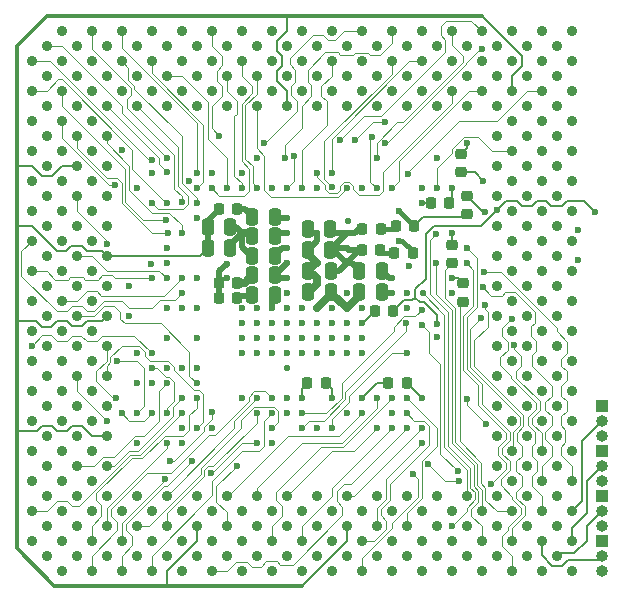
<source format=gbr>
%TF.GenerationSoftware,KiCad,Pcbnew,8.0.2*%
%TF.CreationDate,2024-05-13T17:43:00+03:00*%
%TF.ProjectId,MobileAdapter,4d6f6269-6c65-4416-9461-707465722e6b,rev?*%
%TF.SameCoordinates,Original*%
%TF.FileFunction,Copper,L4,Bot*%
%TF.FilePolarity,Positive*%
%FSLAX46Y46*%
G04 Gerber Fmt 4.6, Leading zero omitted, Abs format (unit mm)*
G04 Created by KiCad (PCBNEW 8.0.2) date 2024-05-13 17:43:00*
%MOMM*%
%LPD*%
G01*
G04 APERTURE LIST*
G04 Aperture macros list*
%AMRoundRect*
0 Rectangle with rounded corners*
0 $1 Rounding radius*
0 $2 $3 $4 $5 $6 $7 $8 $9 X,Y pos of 4 corners*
0 Add a 4 corners polygon primitive as box body*
4,1,4,$2,$3,$4,$5,$6,$7,$8,$9,$2,$3,0*
0 Add four circle primitives for the rounded corners*
1,1,$1+$1,$2,$3*
1,1,$1+$1,$4,$5*
1,1,$1+$1,$6,$7*
1,1,$1+$1,$8,$9*
0 Add four rect primitives between the rounded corners*
20,1,$1+$1,$2,$3,$4,$5,0*
20,1,$1+$1,$4,$5,$6,$7,0*
20,1,$1+$1,$6,$7,$8,$9,0*
20,1,$1+$1,$8,$9,$2,$3,0*%
G04 Aperture macros list end*
%TA.AperFunction,SMDPad,CuDef*%
%ADD10RoundRect,0.225000X0.225000X0.250000X-0.225000X0.250000X-0.225000X-0.250000X0.225000X-0.250000X0*%
%TD*%
%TA.AperFunction,SMDPad,CuDef*%
%ADD11RoundRect,0.225000X-0.225000X-0.250000X0.225000X-0.250000X0.225000X0.250000X-0.225000X0.250000X0*%
%TD*%
%TA.AperFunction,SMDPad,CuDef*%
%ADD12RoundRect,0.250000X0.250000X0.475000X-0.250000X0.475000X-0.250000X-0.475000X0.250000X-0.475000X0*%
%TD*%
%TA.AperFunction,SMDPad,CuDef*%
%ADD13RoundRect,0.225000X-0.250000X0.225000X-0.250000X-0.225000X0.250000X-0.225000X0.250000X0.225000X0*%
%TD*%
%TA.AperFunction,ComponentPad*%
%ADD14R,1.000000X1.000000*%
%TD*%
%TA.AperFunction,ComponentPad*%
%ADD15O,1.000000X1.000000*%
%TD*%
%TA.AperFunction,ComponentPad*%
%ADD16C,0.900000*%
%TD*%
%TA.AperFunction,SMDPad,CuDef*%
%ADD17RoundRect,0.225000X0.250000X-0.225000X0.250000X0.225000X-0.250000X0.225000X-0.250000X-0.225000X0*%
%TD*%
%TA.AperFunction,ViaPad*%
%ADD18C,0.600000*%
%TD*%
%TA.AperFunction,ViaPad*%
%ADD19C,0.550000*%
%TD*%
%TA.AperFunction,Conductor*%
%ADD20C,0.200000*%
%TD*%
%TA.AperFunction,Conductor*%
%ADD21C,0.100000*%
%TD*%
%TA.AperFunction,Conductor*%
%ADD22C,0.400000*%
%TD*%
%TA.AperFunction,Conductor*%
%ADD23C,0.500000*%
%TD*%
%TA.AperFunction,Conductor*%
%ADD24C,0.300000*%
%TD*%
%TA.AperFunction,Conductor*%
%ADD25C,0.700000*%
%TD*%
G04 APERTURE END LIST*
D10*
%TO.P,C22,1*%
%TO.N,Pullup*%
X119708000Y-87122000D03*
%TO.P,C22,2*%
%TO.N,VSS*%
X118158000Y-87122000D03*
%TD*%
D11*
%TO.P,R10,1*%
%TO.N,Pullup*%
X120891000Y-87376000D03*
%TO.P,R10,2*%
%TO.N,VTT*%
X122441000Y-87376000D03*
%TD*%
D10*
%TO.P,C23,1*%
%TO.N,Pullup*%
X119713000Y-85344000D03*
%TO.P,C23,2*%
%TO.N,VSS*%
X118163000Y-85344000D03*
%TD*%
D11*
%TO.P,R9,1*%
%TO.N,Pullup*%
X121018000Y-85090000D03*
%TO.P,R9,2*%
%TO.N,VTT*%
X122568000Y-85090000D03*
%TD*%
D10*
%TO.P,R25,1*%
%TO.N,Net-(C13-Pad2)*%
X107582000Y-91186000D03*
%TO.P,R25,2*%
%TO.N,VCC*%
X106032000Y-91186000D03*
%TD*%
%TO.P,R24,1*%
%TO.N,Net-(C12-Pad2)*%
X107582000Y-89916000D03*
%TO.P,R24,2*%
%TO.N,VCC*%
X106032000Y-89916000D03*
%TD*%
%TO.P,R27,1*%
%TO.N,Net-(C9-Pad2)*%
X107595000Y-83693000D03*
%TO.P,R27,2*%
%TO.N,VREF*%
X106045000Y-83693000D03*
%TD*%
D12*
%TO.P,R14,1*%
%TO.N,VSS*%
X106995000Y-85217000D03*
%TO.P,R14,2*%
%TO.N,VREF*%
X105095000Y-85217000D03*
%TD*%
%TO.P,C15,2*%
%TO.N,VREF*%
X105095000Y-86995000D03*
%TO.P,C15,1*%
%TO.N,VSS*%
X106995000Y-86995000D03*
%TD*%
%TO.P,C19,1*%
%TO.N,VSS*%
X115504000Y-90678000D03*
%TO.P,C19,2*%
%TO.N,VCC*%
X113604000Y-90678000D03*
%TD*%
%TO.P,C18,1*%
%TO.N,VSS*%
X115504000Y-88900000D03*
%TO.P,C18,2*%
%TO.N,VCC*%
X113604000Y-88900000D03*
%TD*%
%TO.P,C17,1*%
%TO.N,VSS*%
X115443000Y-87122000D03*
%TO.P,C17,2*%
%TO.N,VCC*%
X113543000Y-87122000D03*
%TD*%
%TO.P,C16,1*%
%TO.N,VSS*%
X115438000Y-85344000D03*
%TO.P,C16,2*%
%TO.N,VCC*%
X113538000Y-85344000D03*
%TD*%
%TO.P,C13,1*%
%TO.N,VSS*%
X110766000Y-90932000D03*
%TO.P,C13,2*%
%TO.N,Net-(C13-Pad2)*%
X108866000Y-90932000D03*
%TD*%
%TO.P,C12,1*%
%TO.N,VSS*%
X110739000Y-89281000D03*
%TO.P,C12,2*%
%TO.N,Net-(C12-Pad2)*%
X108839000Y-89281000D03*
%TD*%
%TO.P,C11,2*%
%TO.N,VSS*%
X108839000Y-87630000D03*
%TO.P,C11,1*%
%TO.N,VCC*%
X110739000Y-87630000D03*
%TD*%
%TO.P,C10,2*%
%TO.N,VSS*%
X108844000Y-85979000D03*
%TO.P,C10,1*%
%TO.N,VCC*%
X110744000Y-85979000D03*
%TD*%
%TO.P,C9,2*%
%TO.N,Net-(C9-Pad2)*%
X108844000Y-84328000D03*
%TO.P,C9,1*%
%TO.N,VSS*%
X110744000Y-84328000D03*
%TD*%
%TO.P,C21,1*%
%TO.N,VTT*%
X119822000Y-88900000D03*
%TO.P,C21,2*%
%TO.N,VSS*%
X117922000Y-88900000D03*
%TD*%
%TO.P,C20,1*%
%TO.N,VTT*%
X119822000Y-90678000D03*
%TO.P,C20,2*%
%TO.N,VSS*%
X117922000Y-90678000D03*
%TD*%
D13*
%TO.P,R2,1*%
%TO.N,VSS*%
X126492000Y-79014934D03*
%TO.P,R2,2*%
%TO.N,Net-(R2-Pad2)*%
X126492000Y-80564934D03*
%TD*%
D10*
%TO.P,R7,2*%
%TO.N,Net-(R7-Pad2)*%
X123952000Y-83185000D03*
%TO.P,R7,1*%
%TO.N,VSS*%
X125502000Y-83185000D03*
%TD*%
D13*
%TO.P,R6,1*%
%TO.N,Net-(R6-Pad1)*%
X125730000Y-86715000D03*
%TO.P,R6,2*%
%TO.N,BSEL1*%
X125730000Y-88265000D03*
%TD*%
%TO.P,R5,1*%
%TO.N,Net-(R5-Pad1)*%
X126655900Y-89956172D03*
%TO.P,R5,2*%
%TO.N,BSEL0*%
X126655900Y-91506172D03*
%TD*%
D11*
%TO.P,R4,1*%
%TO.N,VSS*%
X120370000Y-98425000D03*
%TO.P,R4,2*%
%TO.N,Net-(R4-Pad2)*%
X121920000Y-98425000D03*
%TD*%
D10*
%TO.P,R3,1*%
%TO.N,VSS*%
X115075000Y-98425000D03*
%TO.P,R3,2*%
%TO.N,Net-(R3-Pad2)*%
X113525000Y-98425000D03*
%TD*%
D14*
%TO.P,J4,1,Pin_1*%
%TO.N,VSS*%
X138430000Y-100330000D03*
D15*
%TO.P,J4,2,Pin_2*%
%TO.N,VID3*%
X138430000Y-101600000D03*
%TO.P,J4,3,Pin_3*%
%TO.N,VID3_M*%
X138430000Y-102870000D03*
%TD*%
D14*
%TO.P,J2,1,Pin_1*%
%TO.N,VSS*%
X138430000Y-107950000D03*
D15*
%TO.P,J2,2,Pin_2*%
%TO.N,VID1*%
X138430000Y-109220000D03*
%TO.P,J2,3,Pin_3*%
%TO.N,VID1_M*%
X138430000Y-110490000D03*
%TD*%
D14*
%TO.P,J1,1,Pin_1*%
%TO.N,VSS*%
X138430000Y-111760000D03*
D15*
%TO.P,J1,2,Pin_2*%
%TO.N,VID0*%
X138430000Y-113030000D03*
%TO.P,J1,3,Pin_3*%
%TO.N,VID0_M*%
X138430000Y-114300000D03*
%TD*%
D14*
%TO.P,J3,1,Pin_1*%
%TO.N,VSS*%
X138430000Y-104140000D03*
D15*
%TO.P,J3,2,Pin_2*%
%TO.N,VID2*%
X138430000Y-105410000D03*
%TO.P,J3,3,Pin_3*%
%TO.N,VID2_M*%
X138430000Y-106680000D03*
%TD*%
D16*
%TO.P,PGA1,A3,A3*%
%TO.N,A3*%
X99060000Y-110490000D03*
%TO.P,PGA1,A4,A4*%
%TO.N,A4*%
X104140000Y-107950000D03*
%TO.P,PGA1,A5,A5*%
%TO.N,A5*%
X99060000Y-107950000D03*
%TO.P,PGA1,A6,A6*%
%TO.N,A6*%
X100330000Y-114300000D03*
%TO.P,PGA1,A7,A7*%
%TO.N,A7*%
X107950000Y-111760000D03*
%TO.P,PGA1,A8,A8*%
%TO.N,A8*%
X101600000Y-107950000D03*
%TO.P,PGA1,A9,A9*%
%TO.N,A9*%
X100330000Y-111760000D03*
%TO.P,PGA1,A10,A10*%
%TO.N,A10*%
X96520000Y-107950000D03*
%TO.P,PGA1,A11,A11*%
%TO.N,A11*%
X101600000Y-110490000D03*
%TO.P,PGA1,A12,A12*%
%TO.N,A12*%
X95250000Y-114300000D03*
%TO.P,PGA1,A13,A13*%
%TO.N,A13*%
X97790000Y-111760000D03*
%TO.P,PGA1,A14,A14*%
%TO.N,A14*%
X106680000Y-110490000D03*
%TO.P,PGA1,A15,A15*%
%TO.N,A15*%
X95250000Y-111760000D03*
%TO.P,PGA1,A16,A16*%
%TO.N,A16*%
X97790000Y-114300000D03*
%TO.P,PGA1,A17,A17*%
%TO.N,A17*%
X90170000Y-104140000D03*
%TO.P,PGA1,A18,A18*%
%TO.N,A18*%
X96520000Y-97790000D03*
%TO.P,PGA1,A19,A19*%
%TO.N,A19*%
X92710000Y-106680000D03*
%TO.P,PGA1,A20,A20*%
%TO.N,A20*%
X92710000Y-101600000D03*
%TO.P,PGA1,A20M,A20M*%
%TO.N,A20M*%
X130810000Y-104140000D03*
%TO.P,PGA1,A21,A21*%
%TO.N,A21*%
X90170000Y-109220000D03*
%TO.P,PGA1,A22,A22*%
%TO.N,A22*%
X92710000Y-104140000D03*
%TO.P,PGA1,A23,A23*%
%TO.N,A23*%
X96520000Y-100330000D03*
%TO.P,PGA1,A24,A24*%
%TO.N,A24*%
X93980000Y-100330000D03*
%TO.P,PGA1,A25,A25*%
%TO.N,A25*%
X96520000Y-105410000D03*
%TO.P,PGA1,A26,A26*%
%TO.N,A26*%
X92710000Y-96520000D03*
%TO.P,PGA1,A27,A27*%
%TO.N,A27*%
X90170000Y-99060000D03*
%TO.P,PGA1,A28,A28*%
%TO.N,A28*%
X96520000Y-110490000D03*
%TO.P,PGA1,A29,A29*%
%TO.N,A29*%
X93980000Y-97790000D03*
%TO.P,PGA1,A30,A30*%
%TO.N,A30*%
X92710000Y-99060000D03*
%TO.P,PGA1,A31,A31*%
%TO.N,A31*%
X93980000Y-102870000D03*
%TO.P,PGA1,A32,A32*%
%TO.N,A32*%
X96520000Y-95250000D03*
%TO.P,PGA1,A33,A33*%
%TO.N,A33*%
X90170000Y-101600000D03*
%TO.P,PGA1,A34,A34*%
%TO.N,A34*%
X92710000Y-93980000D03*
%TO.P,PGA1,A35,A35*%
%TO.N,A35*%
X93980000Y-105410000D03*
%TO.P,PGA1,ADS,ADS*%
%TO.N,ADS*%
X128270000Y-114300000D03*
%TO.P,PGA1,AERR,AERR*%
%TO.N,AERR*%
X119380000Y-110490000D03*
%TO.P,PGA1,AP0,AP0*%
%TO.N,AP0*%
X102870000Y-111760000D03*
%TO.P,PGA1,AP1,AP1*%
%TO.N,AP1*%
X105410000Y-114300000D03*
%TO.P,PGA1,BCLK,BCLK*%
%TO.N,BCLK*%
X135890000Y-93980000D03*
%TO.P,PGA1,BERR,BERR*%
%TO.N,BERR*%
X93980000Y-92710000D03*
%TO.P,PGA1,BINIT,BINIT*%
%TO.N,BINIT*%
X134620000Y-69850000D03*
%TO.P,PGA1,BNR,BNR*%
%TO.N,BNR*%
X106680000Y-107950000D03*
%TO.P,PGA1,BP2,BP2*%
%TO.N,BP2*%
X130810000Y-76200000D03*
%TO.P,PGA1,BP3,BP3*%
%TO.N,BP3*%
X135890000Y-73660000D03*
%TO.P,PGA1,BPM0,BPM0*%
%TO.N,BPM0*%
X133350000Y-71120000D03*
%TO.P,PGA1,BPM1,BPM1*%
%TO.N,BPM1*%
X133350000Y-73660000D03*
%TO.P,PGA1,BPRI,BPRI*%
%TO.N,BPRI*%
X110490000Y-114300000D03*
%TO.P,PGA1,BR0,BR0*%
%TO.N,BR0*%
X125730000Y-114300000D03*
%TO.P,PGA1,BR1,BR1*%
%TO.N,BR1*%
X91440000Y-95250000D03*
%TO.P,PGA1,BSEL0,BSEL0*%
%TO.N,BSEL0*%
X130810000Y-109220000D03*
%TO.P,PGA1,BSEL1,BSEL1*%
%TO.N,BSEL1*%
X128270000Y-109220000D03*
%TO.P,PGA1,CLKREF,CLKREF*%
%TO.N,CLKREF*%
X130810000Y-96520000D03*
%TO.P,PGA1,CPUPRES,CPUPRES*%
%TO.N,Net-(PGA1-PadCPUPRES)*%
X135890000Y-71120000D03*
%TO.P,PGA1,D0,D0*%
%TO.N,D0*%
X90170000Y-93980000D03*
%TO.P,PGA1,D1,D1*%
%TO.N,D1*%
X93980000Y-90170000D03*
%TO.P,PGA1,D2,D2*%
%TO.N,D2*%
X90170000Y-83820000D03*
%TO.P,PGA1,D3,D3*%
%TO.N,D3*%
X96520000Y-82550000D03*
%TO.P,PGA1,D4,D4*%
%TO.N,D4*%
X90170000Y-91440000D03*
%TO.P,PGA1,D5,D5*%
%TO.N,D5*%
X92710000Y-88900000D03*
%TO.P,PGA1,D6,D6*%
%TO.N,D6*%
X96520000Y-90170000D03*
%TO.P,PGA1,D7,D7*%
%TO.N,D7*%
X90170000Y-78740000D03*
%TO.P,PGA1,D8,D8*%
%TO.N,D8*%
X90170000Y-88900000D03*
%TO.P,PGA1,D9,D9*%
%TO.N,D9*%
X96520000Y-85090000D03*
%TO.P,PGA1,D10,D10*%
%TO.N,D10*%
X92710000Y-86360000D03*
%TO.P,PGA1,D11,D11*%
%TO.N,D11*%
X93980000Y-82550000D03*
%TO.P,PGA1,D12,D12*%
%TO.N,D12*%
X90170000Y-86360000D03*
%TO.P,PGA1,D13,D13*%
%TO.N,D13*%
X90170000Y-81280000D03*
%TO.P,PGA1,D14,D14*%
%TO.N,D14*%
X92710000Y-83820000D03*
%TO.P,PGA1,D15,D15*%
%TO.N,D15*%
X92710000Y-91440000D03*
%TO.P,PGA1,D16,D16*%
%TO.N,D16*%
X93980000Y-77470000D03*
%TO.P,PGA1,D17,D17*%
%TO.N,D17*%
X93980000Y-87630000D03*
%TO.P,PGA1,D18,D18*%
%TO.N,D18*%
X93980000Y-85090000D03*
%TO.P,PGA1,D19,D19*%
%TO.N,D19*%
X96520000Y-77470000D03*
%TO.P,PGA1,D20,D20*%
%TO.N,D20*%
X92710000Y-81280000D03*
%TO.P,PGA1,D21,D21*%
%TO.N,D21*%
X90170000Y-76200000D03*
%TO.P,PGA1,D22,D22*%
%TO.N,D22*%
X99060000Y-74930000D03*
%TO.P,PGA1,D23,D23*%
%TO.N,D23*%
X92710000Y-76200000D03*
%TO.P,PGA1,D24,D24*%
%TO.N,D24*%
X96520000Y-80010000D03*
%TO.P,PGA1,D25,D25*%
%TO.N,D25*%
X92710000Y-73660000D03*
%TO.P,PGA1,D26,D26*%
%TO.N,D26*%
X90170000Y-73660000D03*
%TO.P,PGA1,D27,D27*%
%TO.N,D27*%
X104140000Y-74930000D03*
%TO.P,PGA1,D28,D28*%
%TO.N,D28*%
X95250000Y-68580000D03*
%TO.P,PGA1,D29,D29*%
%TO.N,D29*%
X92710000Y-68580000D03*
%TO.P,PGA1,D30,D30*%
%TO.N,D30*%
X92710000Y-78740000D03*
%TO.P,PGA1,D31,D31*%
%TO.N,D31*%
X95250000Y-71120000D03*
%TO.P,PGA1,D32,D32*%
%TO.N,D32*%
X96520000Y-74930000D03*
%TO.P,PGA1,D33,D33*%
%TO.N,D33*%
X90170000Y-71120000D03*
%TO.P,PGA1,D34,D34*%
%TO.N,D34*%
X97790000Y-71120000D03*
%TO.P,PGA1,D35,D35*%
%TO.N,D35*%
X91440000Y-69850000D03*
%TO.P,PGA1,D36,D36*%
%TO.N,D36*%
X100330000Y-71120000D03*
%TO.P,PGA1,D37,D37*%
%TO.N,D37*%
X100330000Y-68580000D03*
%TO.P,PGA1,D38,D38*%
%TO.N,D38*%
X99060000Y-72390000D03*
%TO.P,PGA1,D39,D39*%
%TO.N,D39*%
X101600000Y-72390000D03*
%TO.P,PGA1,D40,D40*%
%TO.N,D40*%
X107950000Y-71120000D03*
%TO.P,PGA1,D41,D41*%
%TO.N,D41*%
X106680000Y-72390000D03*
%TO.P,PGA1,D42,D42*%
%TO.N,D42*%
X104140000Y-72390000D03*
%TO.P,PGA1,D43,D43*%
%TO.N,D43*%
X97790000Y-68580000D03*
%TO.P,PGA1,D44,D44*%
%TO.N,D44*%
X102870000Y-68580000D03*
%TO.P,PGA1,D45,D45*%
%TO.N,D45*%
X102870000Y-71120000D03*
%TO.P,PGA1,D46,D46*%
%TO.N,D46*%
X115570000Y-68580000D03*
%TO.P,PGA1,D47,D47*%
%TO.N,D47*%
X107950000Y-68580000D03*
%TO.P,PGA1,D48,D48*%
%TO.N,D48*%
X110490000Y-68580000D03*
%TO.P,PGA1,D49,D49*%
%TO.N,D49*%
X105410000Y-71120000D03*
%TO.P,PGA1,D50,D50*%
%TO.N,D50*%
X120650000Y-71120000D03*
%TO.P,PGA1,D51,D51*%
%TO.N,D51*%
X105410000Y-68580000D03*
%TO.P,PGA1,D52,D52*%
%TO.N,D52*%
X109220000Y-72390000D03*
%TO.P,PGA1,D53,D53*%
%TO.N,D53*%
X118110000Y-68580000D03*
%TO.P,PGA1,D54,D54*%
%TO.N,D54*%
X115570000Y-71120000D03*
%TO.P,PGA1,D55,D55*%
%TO.N,D55*%
X113030000Y-71120000D03*
%TO.P,PGA1,D56,D56*%
%TO.N,D56*%
X123190000Y-71120000D03*
%TO.P,PGA1,D57,D57*%
%TO.N,D57*%
X113030000Y-68580000D03*
%TO.P,PGA1,D58,D58*%
%TO.N,D58*%
X118110000Y-71120000D03*
%TO.P,PGA1,D59,D59*%
%TO.N,D59*%
X110490000Y-71120000D03*
%TO.P,PGA1,D60,D60*%
%TO.N,D60*%
X120650000Y-68580000D03*
%TO.P,PGA1,D61,D61*%
%TO.N,D61*%
X123190000Y-68580000D03*
%TO.P,PGA1,D62,D62*%
%TO.N,D62*%
X120650000Y-73660000D03*
%TO.P,PGA1,D63,D63*%
%TO.N,D63*%
X109220000Y-74930000D03*
%TO.P,PGA1,DBSY,DBSY*%
%TO.N,DBSY*%
X123190000Y-111760000D03*
%TO.P,PGA1,DEFER,DEFER*%
%TO.N,DEFER*%
X113030000Y-114300000D03*
%TO.P,PGA1,DEP0,DEP0*%
%TO.N,DEP0*%
X130810000Y-71120000D03*
%TO.P,PGA1,DEP1,DEP1*%
%TO.N,DEP1*%
X128270000Y-71120000D03*
%TO.P,PGA1,DEP2,DEP2*%
%TO.N,DEP2*%
X130810000Y-68580000D03*
%TO.P,PGA1,DEP3,DEP3*%
%TO.N,DEP3*%
X128270000Y-68580000D03*
%TO.P,PGA1,DEP4,DEP4*%
%TO.N,DEP4*%
X128270000Y-73660000D03*
%TO.P,PGA1,DEP5,DEP5*%
%TO.N,DEP5*%
X125730000Y-71120000D03*
%TO.P,PGA1,DEP6,DEP6*%
%TO.N,DEP6*%
X125730000Y-73660000D03*
%TO.P,PGA1,DEP7,DEP7*%
%TO.N,DEP7*%
X125730000Y-68580000D03*
%TO.P,PGA1,DRDY,DRDY*%
%TO.N,DRDY*%
X123190000Y-114300000D03*
%TO.P,PGA1,EDGCTRL,EDGCTRL*%
%TO.N,EDGECTRL*%
X90170000Y-106680000D03*
%TO.P,PGA1,FERR,FERR*%
%TO.N,FERR*%
X133350000Y-101600000D03*
%TO.P,PGA1,FLUSH,FLUSH*%
%TO.N,FLUSH*%
X135890000Y-104140000D03*
%TO.P,PGA1,HIT,HIT*%
%TO.N,HIT*%
X120650000Y-111760000D03*
%TO.P,PGA1,HITM,HITM*%
%TO.N,HITM*%
X118110000Y-111760000D03*
%TO.P,PGA1,IERR,IERR*%
%TO.N,IERR*%
X133350000Y-104140000D03*
%TO.P,PGA1,IGNNE,IGNNE*%
%TO.N,IGNNE*%
X135890000Y-106680000D03*
%TO.P,PGA1,INIT,INIT*%
%TO.N,INIT*%
X130810000Y-106680000D03*
%TO.P,PGA1,LINT0,LINT0/INTR*%
%TO.N,LINIT0*%
X134620000Y-82550000D03*
%TO.P,PGA1,LINT1,LINT1/NMI*%
%TO.N,LINIT1*%
X135890000Y-81280000D03*
%TO.P,PGA1,LOCK,LOCK*%
%TO.N,LOCK*%
X114300000Y-110490000D03*
%TO.P,PGA1,PICCLK,PICCLK*%
%TO.N,PICCLK*%
X130810000Y-78740000D03*
%TO.P,PGA1,PICD0,PICD0*%
%TO.N,PICD0*%
X133350000Y-78740000D03*
%TO.P,PGA1,PICD1,PICD1*%
%TO.N,PICD1*%
X133350000Y-81280000D03*
%TO.P,PGA1,PLL1,PLL1*%
%TO.N,PLL1*%
X130810000Y-93980000D03*
%TO.P,PGA1,PLL2,PLL2*%
%TO.N,PLL2*%
X130810000Y-91440000D03*
%TO.P,PGA1,PRDY,PRDY*%
%TO.N,PRDY*%
X133350000Y-68580000D03*
%TO.P,PGA1,PREQ,PREQ*%
%TO.N,PREQ*%
X135890000Y-78740000D03*
%TO.P,PGA1,PWRGD,PWRGD*%
%TO.N,PWRGD*%
X121920000Y-110490000D03*
%TO.P,PGA1,REQ0,REQ0*%
%TO.N,REQ0*%
X111760000Y-110490000D03*
%TO.P,PGA1,REQ1,REQ1*%
%TO.N,REQ1*%
X109220000Y-107950000D03*
%TO.P,PGA1,REQ2,REQ2*%
%TO.N,REQ2*%
X111760000Y-107950000D03*
%TO.P,PGA1,REQ3,REQ3*%
%TO.N,REQ3*%
X113030000Y-111760000D03*
%TO.P,PGA1,REQ4,REQ4*%
%TO.N,REQ4*%
X110490000Y-111760000D03*
%TO.P,PGA1,RESET,RESET*%
%TO.N,RESET*%
X93980000Y-107950000D03*
%TO.P,PGA1,RESET2,RESET2*%
%TO.N,VSS*%
X93980000Y-95250000D03*
%TO.P,PGA1,RP,RP*%
%TO.N,RP*%
X118110000Y-114300000D03*
%TO.P,PGA1,RS0,RS0*%
%TO.N,RS0*%
X121920000Y-107950000D03*
%TO.P,PGA1,RS1,RS1*%
%TO.N,RS1*%
X116840000Y-107950000D03*
%TO.P,PGA1,RS2,RS2*%
%TO.N,RS2*%
X124460000Y-110490000D03*
%TO.P,PGA1,RSP,RSP*%
%TO.N,RSP*%
X135890000Y-101600000D03*
%TO.P,PGA1,RSV,RSV*%
%TO.N,unconnected-(PGA1-PadRSV)*%
X90170000Y-96520000D03*
X91440000Y-87630000D03*
X91440000Y-113030000D03*
X101600000Y-74930000D03*
X115570000Y-73660000D03*
X127000000Y-110490000D03*
X130810000Y-81280000D03*
X130810000Y-83820000D03*
X130810000Y-86360000D03*
X132080000Y-95250000D03*
X133350000Y-83820000D03*
X133350000Y-86360000D03*
X133350000Y-93980000D03*
X135890000Y-76200000D03*
X135890000Y-83820000D03*
X135890000Y-86360000D03*
%TO.P,PGA1,RTTCTRL,RTTCTRL*%
%TO.N,RTTCTRL*%
X133350000Y-88900000D03*
%TO.P,PGA1,SLEWCTRL,SLEWCTRL*%
%TO.N,unconnected-(PGA1-PadSLEWCTRL)*%
X123190000Y-73660000D03*
%TO.P,PGA1,SLP,SLP*%
%TO.N,SLP*%
X127000000Y-107950000D03*
%TO.P,PGA1,SMI,SMI*%
%TO.N,SMI*%
X133350000Y-109220000D03*
%TO.P,PGA1,STPCLK,STPCLK*%
%TO.N,STPCLK*%
X133350000Y-106680000D03*
%TO.P,PGA1,TCK,TCK*%
%TO.N,TCK*%
X130810000Y-111760000D03*
%TO.P,PGA1,TDI,TDI*%
%TO.N,TDI*%
X133350000Y-114300000D03*
%TO.P,PGA1,TDO,TDO*%
%TO.N,TDO*%
X135890000Y-114300000D03*
%TO.P,PGA1,THERMDN,THERMDN*%
%TO.N,THERMDC*%
X125730000Y-111760000D03*
%TO.P,PGA1,THERMDP,THERMDP*%
%TO.N,THERMDA*%
X128270000Y-111760000D03*
%TO.P,PGA1,THERMTRIP,THERMTRIP*%
%TO.N,unconnected-(PGA1-PadTHERMTRIP)*%
X124460000Y-107950000D03*
%TO.P,PGA1,TMS,TMS*%
%TO.N,TMS*%
X129540000Y-110490000D03*
%TO.P,PGA1,TRDY,TRDY*%
%TO.N,TRDY*%
X120650000Y-114300000D03*
%TO.P,PGA1,TRST,TRST*%
%TO.N,TRST*%
X130810000Y-114300000D03*
%TO.P,PGA1,VCC,VCC*%
%TO.N,VCC*%
X91440000Y-74930000D03*
X91440000Y-80010000D03*
X91440000Y-85090000D03*
X91440000Y-90170000D03*
X91440000Y-100330000D03*
X91440000Y-105410000D03*
X91440000Y-110490000D03*
X92710000Y-71120000D03*
X93980000Y-74930000D03*
X93980000Y-113030000D03*
X95250000Y-73660000D03*
X95250000Y-78740000D03*
X95250000Y-83820000D03*
X95250000Y-88900000D03*
X95250000Y-93980000D03*
X95250000Y-99060000D03*
X95250000Y-104140000D03*
X95250000Y-109220000D03*
X96520000Y-69850000D03*
X96520000Y-72390000D03*
X99060000Y-113030000D03*
X100330000Y-73660000D03*
X100330000Y-109220000D03*
X101600000Y-69850000D03*
X104140000Y-113030000D03*
X105410000Y-73660000D03*
X105410000Y-109220000D03*
X106680000Y-69850000D03*
X106680000Y-74930000D03*
X109220000Y-113030000D03*
X110490000Y-73660000D03*
X110490000Y-109220000D03*
X111760000Y-69850000D03*
X114300000Y-72390000D03*
X114300000Y-113030000D03*
X115570000Y-109220000D03*
X116840000Y-69850000D03*
X116840000Y-74930000D03*
X119380000Y-72390000D03*
X119380000Y-107950000D03*
X119380000Y-113030000D03*
X120650000Y-109220000D03*
X121920000Y-69850000D03*
X121920000Y-74930000D03*
X124460000Y-72390000D03*
X124460000Y-113030000D03*
X125730000Y-109220000D03*
X127000000Y-69850000D03*
X127000000Y-74930000D03*
X129540000Y-72390000D03*
X129540000Y-77470000D03*
X129540000Y-80010000D03*
X129540000Y-82550000D03*
X129540000Y-87630000D03*
X129540000Y-92710000D03*
X129540000Y-97790000D03*
X129540000Y-102870000D03*
X129540000Y-107950000D03*
X129540000Y-113030000D03*
X132080000Y-69850000D03*
X132080000Y-74930000D03*
X132080000Y-80010000D03*
X132080000Y-85090000D03*
X132080000Y-90170000D03*
X132080000Y-100330000D03*
X132080000Y-105410000D03*
X132080000Y-110490000D03*
X133350000Y-96520000D03*
X134620000Y-72390000D03*
X134620000Y-77470000D03*
X134620000Y-87630000D03*
X134620000Y-92710000D03*
X134620000Y-107950000D03*
X135890000Y-99060000D03*
%TO.P,PGA1,VCC1.5,V_1.5*%
%TO.N,Net-(PGA1-V_1.5)*%
X134620000Y-102870000D03*
%TO.P,PGA1,VCC2.5,V_2.5*%
%TO.N,unconnected-(PGA1-V_2.5-PadVCC2.5)*%
X134620000Y-97790000D03*
%TO.P,PGA1,VCCCMOS,VCCCMOS*%
%TO.N,Net-(PGA1-V_1.5)*%
X134620000Y-100330000D03*
%TO.P,PGA1,VID0,VID0*%
%TO.N,VID0*%
X133350000Y-111760000D03*
%TO.P,PGA1,VID1,VID1*%
%TO.N,VID1*%
X134620000Y-113030000D03*
%TO.P,PGA1,VID2,VID2*%
%TO.N,VID2*%
X135890000Y-111760000D03*
%TO.P,PGA1,VID3,VID3*%
%TO.N,VID3*%
X135890000Y-109220000D03*
%TO.P,PGA1,VREF0,VREF0*%
%TO.N,VREF*%
X130810000Y-73660000D03*
%TO.P,PGA1,VREF1,VREF1*%
X111760000Y-74930000D03*
%TO.P,PGA1,VREF2,VREF2*%
X93980000Y-80010000D03*
%TO.P,PGA1,VREF3,VREF3*%
X96520000Y-87630000D03*
%TO.P,PGA1,VREF4,VREF4*%
X96520000Y-92710000D03*
%TO.P,PGA1,VREF5,VREF5*%
X96520000Y-102870000D03*
%TO.P,PGA1,VREF6,VREF6*%
X104140000Y-110490000D03*
%TO.P,PGA1,VREF7,VREF7*%
X116840000Y-110490000D03*
%TO.P,PGA1,VSS,VSS*%
%TO.N,VSS*%
X90170000Y-111760000D03*
X91440000Y-72390000D03*
X91440000Y-77470000D03*
X91440000Y-82550000D03*
X91440000Y-92710000D03*
X91440000Y-97790000D03*
X91440000Y-102870000D03*
X91440000Y-107950000D03*
X92710000Y-109220000D03*
X92710000Y-111760000D03*
X92710000Y-114300000D03*
X93980000Y-69850000D03*
X93980000Y-72390000D03*
X93980000Y-110490000D03*
X95250000Y-76200000D03*
X95250000Y-81280000D03*
X95250000Y-86360000D03*
X95250000Y-91440000D03*
X95250000Y-96520000D03*
X95250000Y-101600000D03*
X95250000Y-106680000D03*
X96520000Y-113030000D03*
X97790000Y-73660000D03*
X97790000Y-109220000D03*
X99060000Y-69850000D03*
X101600000Y-113030000D03*
X102870000Y-73660000D03*
X102870000Y-109220000D03*
X104140000Y-69850000D03*
X106680000Y-113030000D03*
X107950000Y-73660000D03*
X107950000Y-109220000D03*
X109220000Y-69850000D03*
X111760000Y-72390000D03*
X111760000Y-113030000D03*
X113030000Y-73660000D03*
X113030000Y-109220000D03*
X114300000Y-69850000D03*
X114300000Y-74930000D03*
X116840000Y-72390000D03*
X116840000Y-113030000D03*
X118110000Y-109220000D03*
X119380000Y-69850000D03*
X119380000Y-74930000D03*
X121920000Y-72390000D03*
X121920000Y-113030000D03*
X123190000Y-109220000D03*
X124460000Y-69850000D03*
X124460000Y-74930000D03*
X127000000Y-72390000D03*
X127000000Y-113030000D03*
X129540000Y-69850000D03*
X129540000Y-74930000D03*
X129540000Y-85090000D03*
X129540000Y-90170000D03*
X129540000Y-95250000D03*
X129540000Y-100330000D03*
X129540000Y-105410000D03*
X130810000Y-101600000D03*
X132080000Y-72390000D03*
X132080000Y-77470000D03*
X132080000Y-82550000D03*
X132080000Y-87630000D03*
X132080000Y-92710000D03*
X132080000Y-97790000D03*
X132080000Y-102870000D03*
X132080000Y-107950000D03*
X132080000Y-113030000D03*
X134620000Y-74930000D03*
X134620000Y-80010000D03*
X134620000Y-85090000D03*
X134620000Y-90170000D03*
X134620000Y-95250000D03*
X134620000Y-105410000D03*
X134620000Y-110490000D03*
X135890000Y-68580000D03*
X135890000Y-96520000D03*
%TO.P,PGA1,VTT,VTT*%
%TO.N,VTT*%
X102870000Y-114300000D03*
X105410000Y-111760000D03*
X107950000Y-114300000D03*
X109220000Y-110490000D03*
X114300000Y-107950000D03*
X115570000Y-111760000D03*
X115570000Y-114300000D03*
X118110000Y-73660000D03*
X130810000Y-88900000D03*
X130810000Y-99060000D03*
X133350000Y-76200000D03*
X133350000Y-91440000D03*
X133350000Y-99060000D03*
X135890000Y-88900000D03*
X135890000Y-91440000D03*
%TD*%
D10*
%TO.P,R8,1*%
%TO.N,Net-(R1-Pad1)*%
X120777000Y-92329000D03*
%TO.P,R8,2*%
%TO.N,VSS*%
X119227000Y-92329000D03*
%TD*%
D17*
%TO.P,R11,1*%
%TO.N,VTT*%
X127000000Y-84087000D03*
%TO.P,R11,2*%
%TO.N,Net-(R11-Pad2)*%
X127000000Y-82537000D03*
%TD*%
D18*
%TO.N,VTT*%
X121285000Y-83820000D03*
X121285000Y-86360000D03*
%TO.N,Net-(R11-Pad2)*%
X128524000Y-83900000D03*
%TO.N,VTT*%
X120650000Y-90805000D03*
X120650000Y-89535000D03*
%TO.N,VCC*%
X114300000Y-89535000D03*
X114300000Y-88265000D03*
X114300000Y-85725000D03*
X106680000Y-89535000D03*
X106680000Y-88300000D03*
%TO.N,Net-(R4-Pad2)*%
X123190000Y-99695000D03*
%TO.N,Net-(R3-Pad2)*%
X113030000Y-99695000D03*
%TO.N,Net-(R2-Pad2)*%
X128388626Y-81284186D03*
%TO.N,Net-(R1-Pad1)*%
X137858500Y-83883500D03*
X129540000Y-83778000D03*
%TO.N,VID2_M*%
X128615912Y-101854648D03*
X127000000Y-99710000D03*
%TO.N,TDO*%
X136467248Y-85477759D03*
%TO.N,TDI*%
X136394449Y-88002323D03*
%TO.N,BCLK*%
X123194186Y-92213164D03*
%TO.N,PLL2*%
X121905000Y-93344999D03*
%TO.N,IGNNE*%
X128435003Y-89023386D03*
%TO.N,IERR*%
X131042102Y-95204176D03*
%TO.N,TCK*%
X128564897Y-91819456D03*
D19*
%TO.N,VTT*%
X111760000Y-97155000D03*
D18*
X111760000Y-100965000D03*
%TO.N,Net-(R1-Pad1)*%
X124460000Y-93411112D03*
%TO.N,THERMDC*%
X124390687Y-85794313D03*
X125730000Y-110490000D03*
%TO.N,THERMDA*%
X124445000Y-88250000D03*
%TO.N,STPCLK*%
X128400000Y-90280236D03*
%TO.N,VSS*%
X100330000Y-80645000D03*
X103505000Y-81280000D03*
X109220000Y-79375000D03*
X99060000Y-95885000D03*
X111760000Y-99695000D03*
X116840000Y-86995000D03*
X107950000Y-99695000D03*
X104140000Y-92075000D03*
X118110000Y-93345000D03*
X107950000Y-93345000D03*
X104140000Y-84455000D03*
X107950000Y-95885000D03*
D19*
X111760000Y-84455000D03*
D18*
X114300000Y-94615000D03*
X120650000Y-100965000D03*
X114300000Y-92075000D03*
X127000000Y-78105000D03*
X115570000Y-99695000D03*
X110490000Y-93345000D03*
X102870000Y-97155000D03*
X109220000Y-94615000D03*
X110490000Y-95885000D03*
X105410000Y-102235000D03*
X100330000Y-98425000D03*
X118110000Y-95885000D03*
X118110000Y-81915000D03*
X125730000Y-90805000D03*
X121920000Y-92075000D03*
X101600000Y-94615000D03*
X104140000Y-94615000D03*
X116840000Y-88265000D03*
X113030000Y-93345000D03*
X125730000Y-81915000D03*
X98425000Y-90170000D03*
X101600000Y-86995000D03*
X99060000Y-103505000D03*
X124460000Y-79375000D03*
X115570000Y-95885000D03*
X122109766Y-88454766D03*
X111760000Y-88265000D03*
X124468516Y-94499497D03*
X110490000Y-81915000D03*
X97861409Y-78668591D03*
X107950000Y-92075000D03*
X116840000Y-100965000D03*
X118110000Y-99695000D03*
X123190000Y-81915000D03*
X104140000Y-89535000D03*
X116840000Y-94615000D03*
X114300000Y-81915000D03*
X111760000Y-89535000D03*
X114300000Y-102235000D03*
X111760000Y-92075000D03*
X116840000Y-92075000D03*
X116840000Y-85725000D03*
X105410000Y-80645000D03*
X99060000Y-81915000D03*
X104140000Y-97155000D03*
X102870000Y-103505000D03*
X121920000Y-90805000D03*
X111760000Y-94615000D03*
X110490000Y-92075000D03*
X101600000Y-92075000D03*
X115570000Y-93345000D03*
X98425000Y-92710000D03*
X107950000Y-80645000D03*
X113030000Y-95885000D03*
%TO.N,REQ3*%
X120650000Y-102235000D03*
%TO.N,REQ2*%
X119380000Y-102235000D03*
%TO.N,REQ1*%
X119380000Y-99695000D03*
%TO.N,REQ4*%
X120650000Y-99695000D03*
%TO.N,PWRGD*%
X121920000Y-99695000D03*
%TO.N,TMS*%
X129042043Y-106959999D03*
X127000000Y-88265000D03*
%TO.N,PLL2*%
X113030000Y-102235000D03*
%TO.N,PLL1*%
X110490000Y-103505000D03*
%TO.N,HITM*%
X121920000Y-100965000D03*
%TO.N,TRST*%
X127000000Y-86995000D03*
%TO.N,RESET*%
X99060000Y-98425000D03*
%TO.N,AP1*%
X121920000Y-102235000D03*
%TO.N,CLKREF*%
X115570000Y-102235000D03*
X121920000Y-95885000D03*
%TO.N,Net-(R7-Pad2)*%
X123190000Y-83185000D03*
%TO.N,BINIT*%
X128270000Y-70093804D03*
X120100000Y-78105000D03*
%TO.N,INIT*%
X123205000Y-93461112D03*
X126280000Y-105884526D03*
%TO.N,RS1*%
X123190000Y-102235000D03*
%TO.N,SMI*%
X130857661Y-92935753D03*
%TO.N,BERR*%
X104140000Y-98425000D03*
%TO.N,D26*%
X101600813Y-83145187D03*
%TO.N,VCC*%
X111760000Y-95885000D03*
X111760000Y-85725000D03*
X110490000Y-94615000D03*
X109220000Y-92075000D03*
X115570000Y-94615000D03*
X111760000Y-90805000D03*
X107950000Y-94615000D03*
X116840000Y-93345000D03*
X111760000Y-93345000D03*
X118110000Y-92075000D03*
X113030000Y-94615000D03*
X111760000Y-86995000D03*
X109220000Y-93345000D03*
X118110000Y-94615000D03*
X114300000Y-93345000D03*
X116840000Y-95885000D03*
X109220000Y-95885000D03*
X114300000Y-95885000D03*
D19*
X116951648Y-84665736D03*
D18*
X116840000Y-90805000D03*
X113030000Y-92075000D03*
X115570000Y-92075000D03*
%TO.N,D63*%
X116840000Y-81915000D03*
%TO.N,D62*%
X118960000Y-77601396D03*
X119380000Y-81915000D03*
%TO.N,D19*%
X102870000Y-85725000D03*
%TO.N,D60*%
X111619489Y-79375000D03*
%TO.N,D48*%
X112425833Y-79210592D03*
X111760000Y-81915000D03*
%TO.N,D33*%
X100330002Y-79523403D03*
%TO.N,A21*%
X102870000Y-100965000D03*
%TO.N,A20M*%
X128228000Y-92860000D03*
%TO.N,RSP*%
X123740000Y-105217078D03*
X126365000Y-106680000D03*
%TO.N,A20*%
X100330000Y-100965000D03*
X97790000Y-100965000D03*
%TO.N,A26*%
X101600000Y-100965000D03*
X100330000Y-97083591D03*
%TO.N,RP*%
X122483591Y-106116409D03*
%TO.N,D8*%
X100330000Y-89535000D03*
%TO.N,D9*%
X100256143Y-88300000D03*
%TO.N,D17*%
X101600000Y-89535000D03*
%TO.N,A12*%
X110490000Y-99695000D03*
%TO.N,D32*%
X101600001Y-80496598D03*
%TO.N,D11*%
X96520000Y-86640000D03*
%TO.N,A28*%
X101600000Y-103505000D03*
%TO.N,A17*%
X105410000Y-100850000D03*
X101846091Y-105021091D03*
%TO.N,DEP1*%
X117560000Y-77787500D03*
X120074446Y-76283372D03*
%TO.N,D50*%
X115569999Y-81766597D03*
%TO.N,A5*%
X105338591Y-105973591D03*
X109220000Y-103505000D03*
%TO.N,DEP6*%
X114300000Y-80645000D03*
%TO.N,DEP7*%
X119380000Y-79375000D03*
%TO.N,D34*%
X104140000Y-83145187D03*
%TO.N,D28*%
X102862429Y-83026557D03*
%TO.N,A23*%
X102870000Y-102235000D03*
%TO.N,A34*%
X97370000Y-96520000D03*
X99060000Y-100965000D03*
%TO.N,DEP3*%
X116290000Y-77787500D03*
%TO.N,A35*%
X101600000Y-98425000D03*
%TO.N,D36*%
X104140000Y-81915000D03*
%TO.N,D41*%
X107950000Y-81915000D03*
%TO.N,A6*%
X110490000Y-100965000D03*
%TO.N,A25*%
X102870000Y-99695000D03*
%TO.N,A8*%
X109220000Y-99695000D03*
%TO.N,D15*%
X102870000Y-89535000D03*
%TO.N,A13*%
X101433832Y-106560532D03*
%TO.N,D43*%
X104140000Y-80645000D03*
%TO.N,A11*%
X109220000Y-100965000D03*
%TO.N,D3*%
X102870000Y-92075000D03*
%TO.N,D22*%
X100330000Y-83185000D03*
%TO.N,D51*%
X106045000Y-77470000D03*
%TO.N,D16*%
X101715000Y-85725000D03*
%TO.N,D12*%
X102870000Y-90805000D03*
%TO.N,D25*%
X101591355Y-84551195D03*
%TO.N,A15*%
X104140000Y-99695000D03*
%TO.N,D40*%
X105410000Y-81915000D03*
%TO.N,A14*%
X107530481Y-105408048D03*
%TO.N,D56*%
X115570000Y-80645000D03*
%TO.N,DEP4*%
X120650000Y-81915000D03*
%TO.N,D52*%
X109289313Y-81845687D03*
%TO.N,A29*%
X96520000Y-101600000D03*
%TO.N,D2*%
X100330000Y-95885000D03*
X90170000Y-95250000D03*
%TO.N,D23*%
X97240000Y-81670768D03*
%TO.N,A3*%
X110490000Y-102235000D03*
%TO.N,A32*%
X97329682Y-99636703D03*
%TO.N,D39*%
X106680000Y-81915000D03*
%TO.N,D20*%
X101600000Y-88265000D03*
%TO.N,A16*%
X103751091Y-105021091D03*
%TO.N,D54*%
X113030000Y-81915000D03*
%TO.N,D35*%
X101600000Y-79375000D03*
%TO.N,D53*%
X109855000Y-78105000D03*
%TO.N,A18*%
X104140000Y-102235000D03*
%TO.N,BPM1*%
X122001739Y-80702153D03*
%TO.N,BCLK*%
X113030000Y-100965000D03*
%TO.N,Net-(R6-Pad1)*%
X125730000Y-85725000D03*
%TO.N,PICCLK*%
X124460000Y-81915000D03*
D19*
%TO.N,SLP*%
X123311417Y-90814769D03*
D18*
%TO.N,BNR*%
X118110000Y-100965000D03*
%TO.N,Net-(R5-Pad1)*%
X125730000Y-89535000D03*
%TO.N,AERR*%
X123190000Y-103505000D03*
%TO.N,unconnected-(micro-PGA1-PadBREQ0)*%
X101600000Y-97155000D03*
%TO.N,VSS*%
X107950000Y-85725000D03*
%TD*%
D20*
%TO.N,Net-(R1-Pad1)*%
X130350274Y-82967726D02*
X129540000Y-83778000D01*
X131227726Y-82967726D02*
X130350274Y-82967726D01*
X131662273Y-83402273D02*
X131227726Y-82967726D01*
X132497727Y-83402273D02*
X131662273Y-83402273D01*
X132932274Y-82967726D02*
X132497727Y-83402273D01*
X134186003Y-83396401D02*
X133757328Y-82967726D01*
X135472274Y-82967726D02*
X135043599Y-83396401D01*
X137858500Y-83883500D02*
X136942726Y-82967726D01*
X135043599Y-83396401D02*
X134186003Y-83396401D01*
X136942726Y-82967726D02*
X135472274Y-82967726D01*
X133757328Y-82967726D02*
X132932274Y-82967726D01*
D21*
%TO.N,BSEL0*%
X129540000Y-109220000D02*
X130810000Y-109220000D01*
X128600000Y-108280000D02*
X129540000Y-109220000D01*
X128600000Y-107287258D02*
X128600000Y-108280000D01*
X128200000Y-106887258D02*
X128600000Y-107287258D01*
X126400000Y-103326472D02*
X128200000Y-105126472D01*
X128200000Y-105126472D02*
X128200000Y-106887258D01*
X126400000Y-91762072D02*
X126400000Y-103326472D01*
X126655900Y-91506172D02*
X126400000Y-91762072D01*
%TO.N,THERMDA*%
X124445000Y-90895368D02*
X124445000Y-88250000D01*
X125730000Y-92180368D02*
X124445000Y-90895368D01*
X125730000Y-103505000D02*
X125730000Y-92180368D01*
X127600000Y-107135786D02*
X127600000Y-105375000D01*
X127404935Y-109022847D02*
X128000000Y-108427782D01*
X127600000Y-105375000D02*
X125730000Y-103505000D01*
X127404935Y-109624935D02*
X127404935Y-109022847D01*
X128270000Y-110490000D02*
X127404935Y-109624935D01*
X128000000Y-107535786D02*
X127600000Y-107135786D01*
X128000000Y-108427782D02*
X128000000Y-107535786D01*
X128270000Y-111760000D02*
X128270000Y-110490000D01*
%TO.N,IERR*%
X132537526Y-101842054D02*
X133350000Y-102654528D01*
X133350000Y-102654528D02*
X133350000Y-104140000D01*
X133184781Y-100708209D02*
X132537526Y-101355464D01*
X132537526Y-101355464D02*
X132537526Y-101842054D01*
X131217571Y-97978468D02*
X133184781Y-99945678D01*
X131644657Y-96955343D02*
X131217571Y-97382429D01*
X131217571Y-97382429D02*
X131217571Y-97978468D01*
X133184781Y-99945678D02*
X133184781Y-100708209D01*
X131042102Y-95204176D02*
X131042102Y-95482102D01*
X131644657Y-96084657D02*
X131644657Y-96955343D01*
X131042102Y-95482102D02*
X131644657Y-96084657D01*
%TO.N,SMI*%
X133350000Y-107950000D02*
X133350000Y-109220000D01*
X132502303Y-107102303D02*
X133350000Y-107950000D01*
X132502303Y-106257697D02*
X132502303Y-107102303D01*
X132924407Y-105835593D02*
X132502303Y-106257697D01*
X132502303Y-104562303D02*
X132924407Y-104984407D01*
X132924407Y-104984407D02*
X132924407Y-105835593D01*
X132780000Y-103440000D02*
X132502303Y-103717697D01*
X132502303Y-103717697D02*
X132502303Y-104562303D01*
X132780000Y-102508792D02*
X132780000Y-103440000D01*
X132884781Y-100583945D02*
X132237526Y-101231200D01*
X132884781Y-100074593D02*
X132884781Y-100583945D01*
X132237526Y-101966318D02*
X132780000Y-102508792D01*
X130783023Y-97972835D02*
X132884781Y-100074593D01*
X130783023Y-97763023D02*
X130783023Y-97972835D01*
X129857102Y-96837102D02*
X130783023Y-97763023D01*
X129857102Y-96202898D02*
X129857102Y-96837102D01*
X130492102Y-95567898D02*
X129857102Y-96202898D01*
X130492102Y-94932102D02*
X130492102Y-95567898D01*
X130015354Y-94455354D02*
X130492102Y-94932102D01*
X130015354Y-93710000D02*
X130015354Y-94455354D01*
X132237526Y-101231200D02*
X132237526Y-101966318D01*
X130789601Y-92935753D02*
X130015354Y-93710000D01*
X130857661Y-92935753D02*
X130789601Y-92935753D01*
%TO.N,A20M*%
X131510000Y-101951073D02*
X130947337Y-102513736D01*
X130947337Y-102513736D02*
X130947337Y-104002663D01*
X128228000Y-92860000D02*
X127300000Y-93788000D01*
X127300000Y-93788000D02*
X127300000Y-97041941D01*
X127300000Y-97041941D02*
X131510000Y-101251941D01*
X130947337Y-104002663D02*
X130810000Y-104140000D01*
X131510000Y-101251941D02*
X131510000Y-101951073D01*
%TO.N,TCK*%
X130810000Y-110707294D02*
X130810000Y-111760000D01*
X131918662Y-109598632D02*
X130810000Y-110707294D01*
X131172476Y-108100884D02*
X131918662Y-108847070D01*
X131665005Y-107094995D02*
X131172476Y-107587524D01*
X131206660Y-105806660D02*
X131665005Y-106265005D01*
X131206660Y-105013340D02*
X131206660Y-105806660D01*
X131687006Y-104532994D02*
X131206660Y-105013340D01*
X131687006Y-103753065D02*
X131687006Y-104532994D01*
X131918662Y-108847070D02*
X131918662Y-109598632D01*
X131247337Y-103313396D02*
X131687006Y-103753065D01*
X131665005Y-106265005D02*
X131665005Y-107094995D01*
X131247337Y-102638000D02*
X131247337Y-103313396D01*
X131810000Y-102075337D02*
X131247337Y-102638000D01*
X127635000Y-96952677D02*
X131810000Y-101127677D01*
X131172476Y-107587524D02*
X131172476Y-108100884D01*
X128778000Y-93644525D02*
X127635000Y-94787525D01*
X127635000Y-94787525D02*
X127635000Y-96952677D01*
X128778000Y-92358050D02*
X128778000Y-93644525D01*
X131810000Y-101127677D02*
X131810000Y-102075337D01*
X128564897Y-92144947D02*
X128778000Y-92358050D01*
X128564897Y-91819456D02*
X128564897Y-92144947D01*
%TO.N,TMS*%
X127550000Y-88815000D02*
X127000000Y-88265000D01*
X127550000Y-91862736D02*
X127550000Y-88815000D01*
X126700000Y-92712736D02*
X127550000Y-91862736D01*
X126700000Y-97290469D02*
X126700000Y-92712736D01*
X127970000Y-100256259D02*
X127970000Y-98560469D01*
X130347337Y-102633596D02*
X127970000Y-100256259D01*
X130347337Y-103116182D02*
X130347337Y-102633596D01*
X129680661Y-103782858D02*
X130347337Y-103116182D01*
X129680661Y-104498529D02*
X129680661Y-103782858D01*
X129044741Y-106959999D02*
X130336337Y-105668403D01*
X130336337Y-105668403D02*
X130336337Y-105154205D01*
X127970000Y-98560469D02*
X126700000Y-97290469D01*
X130336337Y-105154205D02*
X129680661Y-104498529D01*
X129042043Y-106959999D02*
X129044741Y-106959999D01*
%TO.N,TRST*%
X129976728Y-112196728D02*
X130810000Y-113030000D01*
X130510000Y-110855000D02*
X129976728Y-111388272D01*
X130510000Y-110583030D02*
X130510000Y-110855000D01*
X129976728Y-111388272D02*
X129976728Y-112196728D01*
X131618662Y-108971334D02*
X131618662Y-109474368D01*
X130872476Y-108225148D02*
X131618662Y-108971334D01*
X130872476Y-108012476D02*
X130872476Y-108225148D01*
X129874840Y-107014840D02*
X130872476Y-108012476D01*
X130636337Y-105792667D02*
X129874840Y-106554164D01*
X130810000Y-113030000D02*
X130810000Y-114300000D01*
X130636337Y-105029941D02*
X130636337Y-105792667D01*
X129980661Y-104374265D02*
X130636337Y-105029941D01*
X129980661Y-103907122D02*
X129980661Y-104374265D01*
X130647337Y-103240446D02*
X129980661Y-103907122D01*
X130647337Y-102509332D02*
X130647337Y-103240446D01*
X128270000Y-100131995D02*
X130647337Y-102509332D01*
X127000000Y-97166205D02*
X128270000Y-98436205D01*
X131618662Y-109474368D02*
X130510000Y-110583030D01*
X127000000Y-92837000D02*
X127000000Y-97166205D01*
X127850000Y-91987000D02*
X127000000Y-92837000D01*
X128270000Y-98436205D02*
X128270000Y-100131995D01*
X127850000Y-87845000D02*
X127850000Y-91987000D01*
X127000000Y-86995000D02*
X127850000Y-87845000D01*
X129874840Y-106554164D02*
X129874840Y-107014840D01*
D20*
%TO.N,Net-(R1-Pad1)*%
X122416681Y-91405000D02*
X122640000Y-91181681D01*
X120777000Y-92329000D02*
X121701000Y-91405000D01*
X121701000Y-91405000D02*
X122416681Y-91405000D01*
%TO.N,VSS*%
X118211000Y-93345000D02*
X119227000Y-92329000D01*
X118110000Y-93345000D02*
X118211000Y-93345000D01*
%TO.N,Net-(R11-Pad2)*%
X128363000Y-83900000D02*
X127000000Y-82537000D01*
X128524000Y-83900000D02*
X128363000Y-83900000D01*
X127013000Y-82524000D02*
X127000000Y-82537000D01*
%TO.N,VSS*%
X125730000Y-82957000D02*
X125502000Y-83185000D01*
X125730000Y-81915000D02*
X125730000Y-82957000D01*
%TO.N,Net-(R2-Pad2)*%
X127669374Y-80564934D02*
X126492000Y-80564934D01*
X128388626Y-81284186D02*
X127669374Y-80564934D01*
%TO.N,VSS*%
X127000000Y-78506934D02*
X127000000Y-78105000D01*
X126492000Y-79014934D02*
X127000000Y-78506934D01*
%TO.N,VTT*%
X123330000Y-84328000D02*
X122568000Y-85090000D01*
X127127000Y-84328000D02*
X123330000Y-84328000D01*
X127381000Y-84074000D02*
X127127000Y-84328000D01*
D22*
X121552000Y-86360000D02*
X121285000Y-86360000D01*
X122441000Y-87249000D02*
X121552000Y-86360000D01*
%TO.N,Pullup*%
X121005000Y-87262000D02*
X121005000Y-87122000D01*
X120891000Y-87376000D02*
X121005000Y-87262000D01*
X119962000Y-87376000D02*
X120891000Y-87376000D01*
X119708000Y-87122000D02*
X119962000Y-87376000D01*
D20*
%TO.N,VTT*%
X121298000Y-83820000D02*
X121285000Y-83820000D01*
D22*
X122568000Y-85090000D02*
X121298000Y-83820000D01*
D20*
%TO.N,Net-(R1-Pad1)*%
X124460000Y-92624868D02*
X124460000Y-93411112D01*
X123403527Y-91568395D02*
X124460000Y-92624868D01*
X122640000Y-90466000D02*
X122640000Y-91181681D01*
X123545000Y-89561000D02*
X122640000Y-90466000D01*
X122640000Y-91181681D02*
X123026714Y-91568395D01*
X124246471Y-85090000D02*
X123545000Y-85791471D01*
X128228000Y-85090000D02*
X124246471Y-85090000D01*
X123026714Y-91568395D02*
X123403527Y-91568395D01*
X129540000Y-83778000D02*
X128228000Y-85090000D01*
X123545000Y-85791471D02*
X123545000Y-89561000D01*
D22*
%TO.N,Pullup*%
X119888000Y-85344000D02*
X121018000Y-85344000D01*
D20*
%TO.N,Net-(R7-Pad2)*%
X123190000Y-83185000D02*
X124320000Y-83185000D01*
D21*
%TO.N,SLP*%
X127000000Y-105752733D02*
X127000000Y-107950000D01*
X125095000Y-103847733D02*
X127000000Y-105752733D01*
X125095000Y-92598352D02*
X125095000Y-103847733D01*
X123311417Y-90814769D02*
X125095000Y-92598352D01*
%TO.N,BCLK*%
X115077818Y-100965000D02*
X113030000Y-100965000D01*
X116418529Y-99624289D02*
X115077818Y-100965000D01*
X116418529Y-98425000D02*
X116418529Y-99624289D01*
X120853235Y-93990294D02*
X116418529Y-98425000D01*
X120853235Y-93618947D02*
X120853235Y-93990294D01*
X121727182Y-92745000D02*
X120853235Y-93618947D01*
X122662350Y-92745000D02*
X121727182Y-92745000D01*
X123194186Y-92213164D02*
X122662350Y-92745000D01*
%TO.N,D12*%
X101003774Y-91401226D02*
X102273774Y-91401226D01*
X98425000Y-92075000D02*
X100330000Y-92075000D01*
X97790000Y-91440000D02*
X98425000Y-92075000D01*
X96290123Y-91440000D02*
X97790000Y-91440000D01*
X95442992Y-92287131D02*
X96290123Y-91440000D01*
X94858034Y-92287131D02*
X95442992Y-92287131D01*
X100330000Y-92075000D02*
X101003774Y-91401226D01*
X93565307Y-91854693D02*
X94425596Y-91854693D01*
X94425596Y-91854693D02*
X94858034Y-92287131D01*
X93126688Y-92293312D02*
X93565307Y-91854693D01*
X92293312Y-92293312D02*
X93126688Y-92293312D01*
X89300000Y-89300000D02*
X92293312Y-92293312D01*
X102273774Y-91401226D02*
X102870000Y-90805000D01*
X89300000Y-87230000D02*
X89300000Y-89300000D01*
X90170000Y-86360000D02*
X89300000Y-87230000D01*
D20*
%TO.N,VTT*%
X120650000Y-89535000D02*
X120457000Y-89535000D01*
X119949000Y-90805000D02*
X119822000Y-90678000D01*
D23*
X120650000Y-90805000D02*
X119949000Y-90805000D01*
D20*
%TO.N,VCC*%
X106413000Y-89535000D02*
X106032000Y-89916000D01*
X106680000Y-89535000D02*
X106413000Y-89535000D01*
D23*
%TO.N,VSS*%
X115443000Y-87122000D02*
X116840000Y-85725000D01*
X116840000Y-85725000D02*
X115819000Y-85725000D01*
X116840000Y-85725000D02*
X117541000Y-85725000D01*
%TO.N,VREF*%
X105095000Y-84643000D02*
X106045000Y-83693000D01*
D20*
X105095000Y-85217000D02*
X105095000Y-84643000D01*
X104460000Y-87630000D02*
X105095000Y-86995000D01*
X96520000Y-87630000D02*
X104460000Y-87630000D01*
D21*
%TO.N,D11*%
X96520000Y-86360000D02*
X93980000Y-83820000D01*
X93980000Y-83820000D02*
X93980000Y-82550000D01*
X96520000Y-86640000D02*
X96520000Y-86360000D01*
D24*
%TO.N,VREF*%
X88900000Y-69850000D02*
X88900000Y-80010000D01*
X91440000Y-67310000D02*
X88900000Y-69850000D01*
X111760000Y-67310000D02*
X91440000Y-67310000D01*
D23*
X105095000Y-85217000D02*
X105095000Y-86995000D01*
%TO.N,Net-(C9-Pad2)*%
X108209000Y-83693000D02*
X108844000Y-84328000D01*
X107595000Y-83693000D02*
X108209000Y-83693000D01*
D20*
%TO.N,VSS*%
X106995000Y-86680000D02*
X106995000Y-86995000D01*
D23*
X107950000Y-85725000D02*
X106995000Y-86680000D01*
X107950000Y-86868000D02*
X108712000Y-87630000D01*
X107950000Y-85725000D02*
X107950000Y-86868000D01*
D20*
X108712000Y-87630000D02*
X108839000Y-87630000D01*
X108590000Y-85725000D02*
X108844000Y-85979000D01*
D25*
X107950000Y-85725000D02*
X108590000Y-85725000D01*
D23*
X107442000Y-85217000D02*
X107950000Y-85725000D01*
X106995000Y-85217000D02*
X107442000Y-85217000D01*
D20*
X110871000Y-84455000D02*
X110744000Y-84328000D01*
%TO.N,VCC*%
X110998000Y-85725000D02*
X110744000Y-85979000D01*
D23*
X111760000Y-85725000D02*
X110998000Y-85725000D01*
X111374000Y-86995000D02*
X110739000Y-87630000D01*
X111760000Y-86995000D02*
X111374000Y-86995000D01*
D20*
%TO.N,VSS*%
X111760000Y-88265000D02*
X111755000Y-88265000D01*
D23*
X111755000Y-88265000D02*
X110739000Y-89281000D01*
D20*
X110993000Y-89535000D02*
X110739000Y-89281000D01*
D23*
X111760000Y-89535000D02*
X110993000Y-89535000D01*
D20*
X110490000Y-91208000D02*
X110766000Y-90932000D01*
D23*
X110490000Y-92075000D02*
X110490000Y-91208000D01*
%TO.N,VCC*%
X106045000Y-88935000D02*
X106680000Y-88300000D01*
X106045000Y-91059000D02*
X106045000Y-88935000D01*
D20*
%TO.N,Net-(C13-Pad2)*%
X108739000Y-91059000D02*
X108866000Y-90932000D01*
D23*
X107595000Y-91059000D02*
X108739000Y-91059000D01*
D25*
%TO.N,Net-(C12-Pad2)*%
X108204000Y-89916000D02*
X108839000Y-89281000D01*
X107582000Y-89916000D02*
X108204000Y-89916000D01*
%TO.N,VCC*%
X114300000Y-89982000D02*
X113604000Y-90678000D01*
X114300000Y-89535000D02*
X114300000Y-89982000D01*
X113665000Y-88900000D02*
X114300000Y-89535000D01*
D20*
X113604000Y-88900000D02*
X113665000Y-88900000D01*
D25*
X114239000Y-88265000D02*
X113604000Y-88900000D01*
D20*
X114300000Y-88265000D02*
X114239000Y-88265000D01*
D25*
X113543000Y-87508000D02*
X114300000Y-88265000D01*
D20*
X113543000Y-87122000D02*
X113543000Y-87508000D01*
D23*
X114300000Y-86365000D02*
X113543000Y-87122000D01*
X114300000Y-85725000D02*
X114300000Y-86365000D01*
D20*
X113919000Y-85725000D02*
X113538000Y-85344000D01*
X114300000Y-85725000D02*
X113919000Y-85725000D01*
D23*
%TO.N,VSS*%
X117541000Y-85725000D02*
X117922000Y-85344000D01*
D20*
X115819000Y-85725000D02*
X115438000Y-85344000D01*
X115570000Y-86995000D02*
X115443000Y-87122000D01*
D23*
X116840000Y-86995000D02*
X115570000Y-86995000D01*
D20*
X116967000Y-87122000D02*
X116840000Y-86995000D01*
X116840000Y-88265000D02*
X116840000Y-88204000D01*
D23*
X116205000Y-88900000D02*
X116840000Y-88265000D01*
X115504000Y-88900000D02*
X116205000Y-88900000D01*
X117287000Y-88265000D02*
X117922000Y-88900000D01*
X116840000Y-88265000D02*
X117287000Y-88265000D01*
X115697000Y-87122000D02*
X116840000Y-88265000D01*
D20*
X115443000Y-87122000D02*
X115697000Y-87122000D01*
D25*
X114305946Y-92075000D02*
X115504000Y-90876946D01*
D20*
X114300000Y-92075000D02*
X114305946Y-92075000D01*
X115504000Y-90876946D02*
X115504000Y-90678000D01*
D25*
X115504000Y-90740946D02*
X116838054Y-92075000D01*
D20*
X116838054Y-92075000D02*
X116840000Y-92075000D01*
X115504000Y-90678000D02*
X115504000Y-90740946D01*
X117922000Y-90993000D02*
X117922000Y-90678000D01*
D25*
X116840000Y-92075000D02*
X117922000Y-90993000D01*
D21*
%TO.N,D19*%
X98390000Y-82022818D02*
X98390000Y-79977793D01*
X98390000Y-79977793D02*
X96520000Y-78107793D01*
X100368377Y-84001195D02*
X98390000Y-82022818D01*
X101819173Y-84001195D02*
X100368377Y-84001195D01*
X102870000Y-85052022D02*
X101819173Y-84001195D01*
X102870000Y-85725000D02*
X102870000Y-85052022D01*
X96520000Y-78107793D02*
X96520000Y-77470000D01*
D23*
%TO.N,VTT*%
X120457000Y-89535000D02*
X119822000Y-88900000D01*
D21*
%TO.N,THERMDC*%
X127000000Y-109220000D02*
X125730000Y-110490000D01*
X127700000Y-108239950D02*
X127000000Y-108939950D01*
X127000000Y-108939950D02*
X127000000Y-109220000D01*
X127700000Y-107660050D02*
X127700000Y-108239950D01*
X127300000Y-107260050D02*
X127700000Y-107660050D01*
X127300000Y-105628469D02*
X127300000Y-107260050D01*
X123895000Y-90875000D02*
X125395000Y-92375000D01*
X124390687Y-85794313D02*
X123895000Y-86290000D01*
X125395000Y-92375000D02*
X125395000Y-103723469D01*
X123895000Y-86290000D02*
X123895000Y-90875000D01*
X125395000Y-103723469D02*
X127300000Y-105628469D01*
D20*
%TO.N,Net-(R5-Pad1)*%
X126234728Y-89535000D02*
X126655900Y-89956172D01*
X125730000Y-89535000D02*
X126234728Y-89535000D01*
%TO.N,Net-(R6-Pad1)*%
X125730000Y-85725000D02*
X125730000Y-86715000D01*
D21*
%TO.N,BSEL1*%
X125180000Y-88815000D02*
X125730000Y-88265000D01*
X127900000Y-105250736D02*
X126030000Y-103380736D01*
X126030000Y-92056104D02*
X125180000Y-91206104D01*
X126030000Y-103380736D02*
X126030000Y-92056104D01*
X125180000Y-91206104D02*
X125180000Y-88815000D01*
X127900000Y-107011522D02*
X127900000Y-105250736D01*
X128300000Y-109190000D02*
X128300000Y-107411522D01*
X128300000Y-107411522D02*
X127900000Y-107011522D01*
X128270000Y-109220000D02*
X128300000Y-109190000D01*
D20*
%TO.N,VSS*%
X119380000Y-98425000D02*
X118110000Y-99695000D01*
X120370000Y-98425000D02*
X119380000Y-98425000D01*
%TO.N,Net-(R4-Pad2)*%
X123190000Y-99695000D02*
X121920000Y-98425000D01*
%TO.N,VSS*%
X115570000Y-98920000D02*
X115075000Y-98425000D01*
X115570000Y-99695000D02*
X115570000Y-98920000D01*
%TO.N,Net-(R3-Pad2)*%
X113030000Y-98920000D02*
X113525000Y-98425000D01*
X113030000Y-99695000D02*
X113030000Y-98920000D01*
D21*
%TO.N,PLL2*%
X113665000Y-101600000D02*
X113030000Y-102235000D01*
X116718529Y-99181471D02*
X116718529Y-99782512D01*
X116718529Y-99782512D02*
X114901041Y-101600000D01*
X114901041Y-101600000D02*
X113665000Y-101600000D01*
X121905000Y-93995000D02*
X116718529Y-99181471D01*
X121905000Y-93344999D02*
X121905000Y-93995000D01*
%TO.N,CLKREF*%
X120650000Y-95885000D02*
X121920000Y-95885000D01*
X117018529Y-100008653D02*
X117018529Y-99516471D01*
X115570000Y-101457182D02*
X117018529Y-100008653D01*
X115570000Y-102235000D02*
X115570000Y-101457182D01*
X117018529Y-99516471D02*
X120650000Y-95885000D01*
%TO.N,A29*%
X93980000Y-99060000D02*
X93980000Y-97790000D01*
X96520000Y-101600000D02*
X93980000Y-99060000D01*
%TO.N,VID2_M*%
X127000000Y-100238736D02*
X128615912Y-101854648D01*
X127000000Y-99710000D02*
X127000000Y-100238736D01*
D20*
%TO.N,VID3*%
X136760000Y-103270000D02*
X138430000Y-101600000D01*
X136760000Y-108350000D02*
X136760000Y-103270000D01*
X135890000Y-109220000D02*
X136760000Y-108350000D01*
%TO.N,VID1*%
X137160000Y-110490000D02*
X138430000Y-109220000D01*
X136110607Y-112792173D02*
X137160000Y-111742780D01*
X134857827Y-112792173D02*
X136110607Y-112792173D01*
X134620000Y-113030000D02*
X134857827Y-112792173D01*
X137160000Y-111742780D02*
X137160000Y-110490000D01*
%TO.N,VID2*%
X137160000Y-109429017D02*
X137160000Y-106680000D01*
X135890000Y-110699017D02*
X137160000Y-109429017D01*
X135890000Y-111760000D02*
X135890000Y-110699017D01*
X137160000Y-106680000D02*
X138430000Y-105410000D01*
%TO.N,VID0*%
X138100480Y-113359520D02*
X138380000Y-113080000D01*
X135560480Y-113359520D02*
X138100480Y-113359520D01*
X135049163Y-113870837D02*
X135560480Y-113359520D01*
X133350000Y-112977665D02*
X134243172Y-113870837D01*
X134243172Y-113870837D02*
X135049163Y-113870837D01*
X133350000Y-111760000D02*
X133350000Y-112977665D01*
%TO.N,TMS*%
X129042044Y-106960000D02*
X129042043Y-106959999D01*
D21*
%TO.N,VID0*%
X138380000Y-113080000D02*
X138430000Y-113030000D01*
%TO.N,STPCLK*%
X133350000Y-105410000D02*
X133350000Y-106680000D01*
X134215975Y-104544025D02*
X133350000Y-105410000D01*
X134215975Y-103735975D02*
X134215975Y-104544025D01*
X133650000Y-103170000D02*
X134215975Y-103735975D01*
X134231635Y-101988365D02*
X133650000Y-102570000D01*
X133650000Y-102570000D02*
X133650000Y-103170000D01*
X133660661Y-100019339D02*
X133660661Y-100640661D01*
X134231635Y-101211635D02*
X134231635Y-101988365D01*
X134219890Y-99460110D02*
X133660661Y-100019339D01*
X132538831Y-96978831D02*
X134219890Y-98659890D01*
X133660661Y-100640661D02*
X134231635Y-101211635D01*
X132538831Y-96061169D02*
X132538831Y-96978831D01*
X132910742Y-95689258D02*
X132538831Y-96061169D01*
X132910742Y-94810742D02*
X132910742Y-95689258D01*
X132489815Y-94389815D02*
X132910742Y-94810742D01*
X134219890Y-98659890D02*
X134219890Y-99460110D01*
X132489815Y-93570185D02*
X132489815Y-94389815D01*
X132780000Y-93280000D02*
X132489815Y-93570185D01*
X132780000Y-92349339D02*
X132780000Y-93280000D01*
X130290000Y-90690000D02*
X131120661Y-90690000D01*
X129993755Y-90986245D02*
X130290000Y-90690000D01*
X128400000Y-90280236D02*
X129106009Y-90986245D01*
X129106009Y-90986245D02*
X129993755Y-90986245D01*
X131120661Y-90690000D02*
X132780000Y-92349339D01*
%TO.N,IGNNE*%
X135890000Y-105410000D02*
X135890000Y-106680000D01*
X135370000Y-103390000D02*
X134983285Y-103776715D01*
X135370000Y-102350000D02*
X135370000Y-103390000D01*
X135006774Y-101986774D02*
X135370000Y-102350000D01*
X135006774Y-101213226D02*
X135006774Y-101986774D01*
X135492215Y-100727785D02*
X135006774Y-101213226D01*
X135492215Y-99932215D02*
X135492215Y-100727785D01*
X135022434Y-99462434D02*
X135492215Y-99932215D01*
X135022434Y-98657566D02*
X135022434Y-99462434D01*
X135500045Y-97400045D02*
X135500045Y-98179955D01*
X135030264Y-96930264D02*
X135500045Y-97400045D01*
X135030264Y-96319075D02*
X135030264Y-96930264D01*
X134620000Y-93980000D02*
X135531364Y-94891364D01*
X134983285Y-104503285D02*
X135890000Y-105410000D01*
X134620000Y-93765075D02*
X134620000Y-93980000D01*
X135531364Y-94891364D02*
X135531364Y-95817975D01*
X129878311Y-89023386D02*
X134620000Y-93765075D01*
X135531364Y-95817975D02*
X135030264Y-96319075D01*
X134983285Y-103776715D02*
X134983285Y-104503285D01*
X128435003Y-89023386D02*
X129878311Y-89023386D01*
X135500045Y-98179955D02*
X135022434Y-98657566D01*
D20*
%TO.N,BCLK*%
X113030000Y-100891497D02*
X113030000Y-100965000D01*
D21*
%TO.N,D2*%
X95679426Y-94820574D02*
X96118930Y-94381070D01*
X98826070Y-94381070D02*
X100330000Y-95885000D01*
X94376256Y-94376256D02*
X94820574Y-94820574D01*
X94820574Y-94820574D02*
X95679426Y-94820574D01*
X96118930Y-94381070D02*
X98826070Y-94381070D01*
X93583744Y-94376256D02*
X94376256Y-94376256D01*
X93125511Y-94834489D02*
X93583744Y-94376256D01*
X92294489Y-94834489D02*
X93125511Y-94834489D01*
X91050841Y-94369159D02*
X91829159Y-94369159D01*
X90170000Y-95250000D02*
X91050841Y-94369159D01*
X91829159Y-94369159D02*
X92294489Y-94834489D01*
%TO.N,AP1*%
X106680000Y-114300000D02*
X105410000Y-114300000D01*
X108428019Y-113508019D02*
X107471981Y-113508019D01*
X108856340Y-113936340D02*
X108428019Y-113508019D01*
X109583660Y-113936340D02*
X108856340Y-113936340D01*
X107471981Y-113508019D02*
X106680000Y-114300000D01*
X110019830Y-113500170D02*
X109583660Y-113936340D01*
X110960170Y-113500170D02*
X110019830Y-113500170D01*
X111240000Y-113780000D02*
X110960170Y-113500170D01*
X116474506Y-109585494D02*
X112280000Y-113780000D01*
X116008420Y-108388420D02*
X116474506Y-108854506D01*
X116474506Y-108854506D02*
X116474506Y-109585494D01*
X116008420Y-107511580D02*
X116008420Y-108388420D01*
X116578928Y-106941072D02*
X116008420Y-107511580D01*
X117213928Y-106941072D02*
X116578928Y-106941072D01*
X121920000Y-102235000D02*
X117213928Y-106941072D01*
X112280000Y-113780000D02*
X111240000Y-113780000D01*
%TO.N,RS1*%
X117475000Y-107950000D02*
X123190000Y-102235000D01*
X116840000Y-107950000D02*
X117475000Y-107950000D01*
%TO.N,HITM*%
X119173375Y-111760000D02*
X118110000Y-111760000D01*
X120198988Y-110734387D02*
X119173375Y-111760000D01*
X119761993Y-109601993D02*
X120198988Y-110038988D01*
X120198988Y-110038988D02*
X120198988Y-110734387D01*
X120495173Y-108322122D02*
X119761993Y-109055302D01*
X120495173Y-106977645D02*
X120495173Y-108322122D01*
X123825000Y-102024264D02*
X123825000Y-103647818D01*
X123400736Y-101600000D02*
X123825000Y-102024264D01*
X122555000Y-101600000D02*
X123400736Y-101600000D01*
X121920000Y-100965000D02*
X122555000Y-101600000D01*
X123825000Y-103647818D02*
X120495173Y-106977645D01*
X119761993Y-109055302D02*
X119761993Y-109601993D01*
D24*
%TO.N,VREF*%
X88900000Y-80010000D02*
X88900000Y-86995000D01*
D20*
X111760000Y-68580000D02*
X111760000Y-67310000D01*
X110913075Y-69426925D02*
X111760000Y-68580000D01*
X90569284Y-93128815D02*
X88928958Y-93128815D01*
X110905226Y-71974774D02*
X111329075Y-71550925D01*
X110913075Y-70273075D02*
X110913075Y-69426925D01*
D24*
X88900000Y-102235000D02*
X88900000Y-93345000D01*
D20*
X111760000Y-74930000D02*
X111760000Y-73660000D01*
X90170000Y-80010000D02*
X88900000Y-80010000D01*
X96520000Y-102870000D02*
X95250000Y-102870000D01*
X94850000Y-87230000D02*
X96120000Y-87230000D01*
X116840000Y-110490000D02*
X116840000Y-111760000D01*
X111329075Y-70689075D02*
X110913075Y-70273075D01*
X91017797Y-102022203D02*
X90588716Y-102451284D01*
X130810000Y-72390000D02*
X131673144Y-71526856D01*
X110905226Y-72805226D02*
X110905226Y-71974774D01*
X91863848Y-102022203D02*
X91017797Y-102022203D01*
X116840000Y-111760000D02*
X113030000Y-115570000D01*
X92710000Y-80010000D02*
X91860495Y-80859505D01*
X93980000Y-80010000D02*
X92710000Y-80010000D01*
X131673144Y-71526856D02*
X131673144Y-70713144D01*
X111760000Y-73660000D02*
X110905226Y-72805226D01*
X88900000Y-85090000D02*
X90170000Y-85090000D01*
X90170000Y-85090000D02*
X92287796Y-87207796D01*
D24*
X92075000Y-115570000D02*
X88900000Y-112395000D01*
X88900000Y-112395000D02*
X88900000Y-102235000D01*
D20*
X93561285Y-102018715D02*
X93132204Y-102447796D01*
D24*
X100965000Y-115570000D02*
X92075000Y-115570000D01*
D20*
X93580321Y-93557895D02*
X93161706Y-93139280D01*
D24*
X128270000Y-67310000D02*
X111760000Y-67310000D01*
D20*
X91073746Y-93633277D02*
X90569284Y-93128815D01*
X96520000Y-92710000D02*
X96097664Y-93132336D01*
X88928958Y-93128815D02*
X88900000Y-93157773D01*
X92280720Y-93139280D02*
X91786723Y-93633277D01*
X104140000Y-110490000D02*
X104140000Y-111760000D01*
X93545387Y-86785692D02*
X94405692Y-86785692D01*
X96097664Y-93132336D02*
X94829398Y-93132336D01*
X93132204Y-102447796D02*
X92289441Y-102447796D01*
X90588716Y-102451284D02*
X89116284Y-102451284D01*
X94398715Y-102018715D02*
X93561285Y-102018715D01*
X101600000Y-114300000D02*
X101600000Y-115570000D01*
X94403839Y-93557895D02*
X93580321Y-93557895D01*
X91786723Y-93633277D02*
X91073746Y-93633277D01*
X93123283Y-87207796D02*
X93545387Y-86785692D01*
X104140000Y-111760000D02*
X101600000Y-114300000D01*
X92289441Y-102447796D02*
X91863848Y-102022203D01*
X96120000Y-87230000D02*
X96520000Y-87630000D01*
D24*
X113030000Y-115570000D02*
X100965000Y-115570000D01*
D20*
X91019505Y-80859505D02*
X90170000Y-80010000D01*
X91860495Y-80859505D02*
X91019505Y-80859505D01*
D24*
X88900000Y-93345000D02*
X88900000Y-86995000D01*
D20*
X95250000Y-102870000D02*
X94398715Y-102018715D01*
X92287796Y-87207796D02*
X93123283Y-87207796D01*
X131673144Y-70713144D02*
X128270000Y-67310000D01*
X111329075Y-71550925D02*
X111329075Y-70689075D01*
X94405692Y-86785692D02*
X94850000Y-87230000D01*
X89116284Y-102451284D02*
X88900000Y-102235000D01*
X93161706Y-93139280D02*
X92280720Y-93139280D01*
X130810000Y-73660000D02*
X130810000Y-72390000D01*
X94829398Y-93132336D02*
X94403839Y-93557895D01*
D21*
%TO.N,REQ3*%
X113030000Y-110490000D02*
X113030000Y-111760000D01*
X115570000Y-107315000D02*
X115570000Y-107950000D01*
X115570000Y-107950000D02*
X113030000Y-110490000D01*
X120650000Y-102235000D02*
X115570000Y-107315000D01*
%TO.N,REQ2*%
X115570000Y-104140000D02*
X111760000Y-107950000D01*
X117475000Y-104140000D02*
X115570000Y-104140000D01*
X119380000Y-102235000D02*
X117475000Y-104140000D01*
%TO.N,REQ1*%
X109220000Y-107315000D02*
X109220000Y-107950000D01*
X113030000Y-103505000D02*
X109220000Y-107315000D01*
X119380000Y-99695000D02*
X119380000Y-100540736D01*
X119380000Y-100540736D02*
X116415736Y-103505000D01*
X116415736Y-103505000D02*
X113030000Y-103505000D01*
%TO.N,REQ4*%
X114635000Y-103805000D02*
X110828932Y-107611068D01*
X111331705Y-108815131D02*
X111331705Y-109648295D01*
X110828932Y-108312358D02*
X111331705Y-108815131D01*
X110490000Y-110490000D02*
X110490000Y-111760000D01*
X120650000Y-99695000D02*
X116540000Y-103805000D01*
X116540000Y-103805000D02*
X114635000Y-103805000D01*
X111331705Y-109648295D02*
X110490000Y-110490000D01*
X110828932Y-107611068D02*
X110828932Y-108312358D01*
%TO.N,BINIT*%
X126979233Y-71354010D02*
X120258804Y-78074439D01*
X128148098Y-70093804D02*
X126979233Y-71262669D01*
X120258804Y-78074439D02*
X120258804Y-78105000D01*
D20*
X120100000Y-78105000D02*
X120258804Y-78105000D01*
D21*
X128270000Y-70093804D02*
X128148098Y-70093804D01*
X126979233Y-71262669D02*
X126979233Y-71354010D01*
%TO.N,INIT*%
X123205000Y-93461112D02*
X123190000Y-93476112D01*
%TO.N,BERR*%
X103505000Y-95742182D02*
X103505000Y-97790000D01*
X93980000Y-92710000D02*
X95444387Y-92710000D01*
X97680415Y-92398052D02*
X97680415Y-92989324D01*
X97137056Y-91854693D02*
X97680415Y-92398052D01*
X101107818Y-93345000D02*
X103505000Y-95742182D01*
X95444387Y-92710000D02*
X96299694Y-91854693D01*
X96299694Y-91854693D02*
X97137056Y-91854693D01*
X98036091Y-93345000D02*
X101107818Y-93345000D01*
X103505000Y-97790000D02*
X104140000Y-98425000D01*
X97680415Y-92989324D02*
X98036091Y-93345000D01*
%TO.N,D63*%
X109220000Y-78526471D02*
X109220000Y-74930000D01*
X116138403Y-82616597D02*
X110413779Y-82616597D01*
X116840000Y-81915000D02*
X116138403Y-82616597D01*
X109855000Y-79161471D02*
X109220000Y-78526471D01*
X109855000Y-82057818D02*
X109855000Y-79161471D01*
X110413779Y-82616597D02*
X109855000Y-82057818D01*
%TO.N,D62*%
X118830000Y-77731396D02*
X118830000Y-81365000D01*
X118960000Y-77601396D02*
X118830000Y-77731396D01*
X118830000Y-81365000D02*
X119380000Y-81915000D01*
%TO.N,D60*%
X118680000Y-70420000D02*
X117540000Y-70420000D01*
X116090000Y-70370000D02*
X115050000Y-70370000D01*
X113842911Y-73202911D02*
X113842911Y-74117089D01*
X117360000Y-70600000D02*
X116320000Y-70600000D01*
X116320000Y-70600000D02*
X116090000Y-70370000D01*
X113030000Y-76835000D02*
X111619489Y-78245511D01*
X115050000Y-70370000D02*
X113550000Y-71870000D01*
X117540000Y-70420000D02*
X117360000Y-70600000D01*
X119690661Y-70600000D02*
X118860000Y-70600000D01*
X120650000Y-69640661D02*
X119690661Y-70600000D01*
X113550000Y-71870000D02*
X113550000Y-72910000D01*
X113030000Y-74930000D02*
X113030000Y-76835000D01*
X113550000Y-72910000D02*
X113842911Y-73202911D01*
X118860000Y-70600000D02*
X118680000Y-70420000D01*
X113842911Y-74117089D02*
X113030000Y-74930000D01*
X120650000Y-68580000D02*
X120650000Y-69640661D01*
X111619489Y-78245511D02*
X111619489Y-79375000D01*
%TO.N,D48*%
X112425833Y-79210592D02*
X112425833Y-81249167D01*
X112425833Y-81249167D02*
X111760000Y-81915000D01*
%TO.N,D33*%
X100330002Y-79523403D02*
X100123453Y-79523403D01*
X100123453Y-79523403D02*
X91720050Y-71120000D01*
D20*
X100330002Y-79523403D02*
X100330002Y-79375002D01*
D21*
X91720050Y-71120000D02*
X90170000Y-71120000D01*
%TO.N,A21*%
X93133075Y-108373075D02*
X93575274Y-108815274D01*
X92313093Y-108373075D02*
X93133075Y-108373075D01*
X93575274Y-108815274D02*
X94168805Y-108815274D01*
X98509079Y-104475000D02*
X99360000Y-104475000D01*
X91466168Y-109220000D02*
X92313093Y-108373075D01*
X94168805Y-108815274D02*
X98509079Y-104475000D01*
X99360000Y-104475000D02*
X102870000Y-100965000D01*
X90170000Y-109220000D02*
X91466168Y-109220000D01*
%TO.N,RSP*%
X123740000Y-105217078D02*
X125202922Y-106680000D01*
X125202922Y-106680000D02*
X126365000Y-106680000D01*
%TO.N,A20*%
X98425000Y-101600000D02*
X99695000Y-101600000D01*
X97790000Y-100965000D02*
X98425000Y-101600000D01*
X99695000Y-101600000D02*
X100330000Y-100965000D01*
%TO.N,A26*%
X100750773Y-97083591D02*
X101542182Y-97875000D01*
X101827818Y-97875000D02*
X102233604Y-98280786D01*
X102233604Y-98280786D02*
X102233604Y-99907132D01*
X102233604Y-99907132D02*
X101600000Y-100540736D01*
X101600000Y-100540736D02*
X101600000Y-100965000D01*
X101542182Y-97875000D02*
X101827818Y-97875000D01*
X100330000Y-97083591D02*
X100750773Y-97083591D01*
%TO.N,RP*%
X120650000Y-110280343D02*
X122890000Y-108040343D01*
X118110000Y-113247639D02*
X120650000Y-110707639D01*
X122890000Y-106522818D02*
X122483591Y-106116409D01*
X122890000Y-108040343D02*
X122890000Y-106522818D01*
X118110000Y-114300000D02*
X118110000Y-113247639D01*
X120650000Y-110707639D02*
X120650000Y-110280343D01*
%TO.N,D8*%
X97250336Y-89535000D02*
X96963191Y-89247855D01*
X96172145Y-89247855D02*
X95770000Y-89650000D01*
X100330000Y-89535000D02*
X97250336Y-89535000D01*
X91440000Y-88900000D02*
X90170000Y-88900000D01*
X96963191Y-89247855D02*
X96172145Y-89247855D01*
X95770000Y-89650000D02*
X94730000Y-89650000D01*
X94730000Y-89650000D02*
X94500000Y-89420000D01*
X93230000Y-89650000D02*
X92190000Y-89650000D01*
X94500000Y-89420000D02*
X93460000Y-89420000D01*
X92190000Y-89650000D02*
X91440000Y-88900000D01*
X93460000Y-89420000D02*
X93230000Y-89650000D01*
%TO.N,D17*%
X96520000Y-88900000D02*
X100965000Y-88900000D01*
X95250000Y-87630000D02*
X96520000Y-88900000D01*
X93980000Y-87630000D02*
X95250000Y-87630000D01*
X100965000Y-88900000D02*
X101600000Y-89535000D01*
%TO.N,A12*%
X95250000Y-113030000D02*
X95250000Y-114300000D01*
X105178553Y-102785000D02*
X101953020Y-106010533D01*
X109890000Y-99095000D02*
X109042182Y-99095000D01*
X101953020Y-106010533D02*
X99948776Y-106010533D01*
X109042182Y-99095000D02*
X108585000Y-99552182D01*
X110490000Y-99695000D02*
X109890000Y-99095000D01*
X105702944Y-102785000D02*
X105178553Y-102785000D01*
X96907778Y-109649646D02*
X97418171Y-110160039D01*
X96907778Y-109051531D02*
X96907778Y-109649646D01*
X97418171Y-110160039D02*
X97418171Y-110861829D01*
X99948776Y-106010533D02*
X96907778Y-109051531D01*
X97418171Y-110861829D02*
X95250000Y-113030000D01*
X108585000Y-99552182D02*
X108585000Y-99902944D01*
X108585000Y-99902944D02*
X105702944Y-102785000D01*
%TO.N,D32*%
X101600001Y-80496598D02*
X100965000Y-79861597D01*
X100965000Y-79375000D02*
X96520000Y-74930000D01*
X100965000Y-79861597D02*
X100965000Y-79375000D01*
%TO.N,A28*%
X101600000Y-103903756D02*
X96520000Y-108983756D01*
X96520000Y-108983756D02*
X96520000Y-110490000D01*
X101600000Y-103505000D02*
X101600000Y-103903756D01*
%TO.N,A17*%
X101846091Y-105021091D02*
X102202438Y-105021091D01*
X102202438Y-105021091D02*
X104775000Y-102448529D01*
X104775000Y-102092182D02*
X105410000Y-101457182D01*
X104775000Y-102448529D02*
X104775000Y-102092182D01*
X105410000Y-101457182D02*
X105410000Y-100850000D01*
D20*
%TO.N,DEP1*%
X117475000Y-77872500D02*
X117475000Y-77964974D01*
X117560000Y-77787500D02*
X117475000Y-77872500D01*
D21*
X119064128Y-76283372D02*
X117560000Y-77787500D01*
X120074446Y-76283372D02*
X119064128Y-76283372D01*
%TO.N,D50*%
X120650000Y-72189477D02*
X120650000Y-71120000D01*
X114935000Y-81131598D02*
X114935000Y-77904477D01*
X115569999Y-81766597D02*
X114935000Y-81131598D01*
X114935000Y-77904477D02*
X120650000Y-72189477D01*
%TO.N,A5*%
X105481409Y-105973591D02*
X107950000Y-103505000D01*
D20*
X105338591Y-105973591D02*
X105481409Y-105973591D01*
D21*
X107950000Y-103505000D02*
X109220000Y-103505000D01*
%TO.N,DEP6*%
X116612182Y-81365000D02*
X117067818Y-81365000D01*
X119607818Y-82465000D02*
X119930000Y-82142818D01*
X116014139Y-82316597D02*
X116290000Y-82040736D01*
X115019999Y-81640861D02*
X115019999Y-81994415D01*
X119930000Y-82142818D02*
X119930000Y-80519264D01*
X116290000Y-81687182D02*
X116612182Y-81365000D01*
X114300000Y-80645000D02*
X114300000Y-80920862D01*
X117390000Y-81687182D02*
X117390000Y-81972818D01*
X117882182Y-82465000D02*
X119607818Y-82465000D01*
X117067818Y-81365000D02*
X117390000Y-81687182D01*
X119930000Y-80519264D02*
X125730000Y-74719264D01*
X125730000Y-74719264D02*
X125730000Y-73660000D01*
X114300000Y-80920862D02*
X115019999Y-81640861D01*
X115342181Y-82316597D02*
X116014139Y-82316597D01*
X117390000Y-81972818D02*
X117882182Y-82465000D01*
X116290000Y-82040736D02*
X116290000Y-81687182D01*
X115019999Y-81994415D02*
X115342181Y-82316597D01*
%TO.N,DEP7*%
X121147434Y-76279748D02*
X121629231Y-76279748D01*
X126679233Y-71229746D02*
X126679233Y-70734233D01*
X125730000Y-69785000D02*
X125730000Y-68580000D01*
X126679233Y-70734233D02*
X125730000Y-69785000D01*
X119380000Y-79375000D02*
X119380000Y-78047182D01*
X121629231Y-76279748D02*
X126679233Y-71229746D01*
X119380000Y-78047182D02*
X121147434Y-76279748D01*
%TO.N,D34*%
X98863965Y-73270953D02*
X98360000Y-72766988D01*
X104140000Y-83145187D02*
X104140000Y-82692828D01*
X102870000Y-81422828D02*
X102870000Y-77470000D01*
X98360000Y-71690000D02*
X97790000Y-71120000D01*
X98863965Y-73463965D02*
X98863965Y-73270953D01*
X102870000Y-77470000D02*
X98863965Y-73463965D01*
X104140000Y-82692828D02*
X102870000Y-81422828D01*
X98360000Y-72766988D02*
X98360000Y-71690000D01*
%TO.N,D28*%
X102235000Y-81953996D02*
X102235000Y-79094950D01*
X102235000Y-79094950D02*
X98239837Y-75099787D01*
X102862429Y-83026557D02*
X102862429Y-82581425D01*
X98239837Y-75099787D02*
X98239837Y-74348336D01*
X95250000Y-70081252D02*
X95250000Y-68580000D01*
X102862429Y-82581425D02*
X102235000Y-81953996D01*
X98563965Y-73395217D02*
X95250000Y-70081252D01*
X98239837Y-74348336D02*
X98563965Y-74024208D01*
X98563965Y-74024208D02*
X98563965Y-73395217D01*
D20*
%TO.N,A23*%
X96520000Y-100330000D02*
X96520000Y-100306075D01*
D21*
%TO.N,A34*%
X99695000Y-100330000D02*
X99060000Y-100965000D01*
X99695000Y-97155000D02*
X99695000Y-100330000D01*
X97370000Y-96520000D02*
X99060000Y-96520000D01*
X99060000Y-96520000D02*
X99695000Y-97155000D01*
%TO.N,DEP3*%
X124803040Y-68923040D02*
X124803040Y-68196169D01*
X125210000Y-69330000D02*
X124803040Y-68923040D01*
X118274251Y-75803249D02*
X119776751Y-75803249D01*
X125289209Y-67710000D02*
X127400000Y-67710000D01*
X124803040Y-68196169D02*
X125289209Y-67710000D01*
X119776751Y-75803249D02*
X125210000Y-70370000D01*
X116290000Y-77787500D02*
X118274251Y-75803249D01*
X125210000Y-70370000D02*
X125210000Y-69330000D01*
X127400000Y-67710000D02*
X128270000Y-68580000D01*
%TO.N,A35*%
X100965000Y-99060000D02*
X100965000Y-101600000D01*
X95473791Y-105410000D02*
X93980000Y-105410000D01*
X97148707Y-104638475D02*
X96245316Y-104638475D01*
X98917182Y-102870000D02*
X97148707Y-104638475D01*
X99695000Y-102870000D02*
X98917182Y-102870000D01*
X100965000Y-101600000D02*
X99695000Y-102870000D01*
X101600000Y-98425000D02*
X100965000Y-99060000D01*
X96245316Y-104638475D02*
X95473791Y-105410000D01*
%TO.N,D36*%
X100330000Y-72178433D02*
X100330000Y-71120000D01*
X104710000Y-81345000D02*
X104710000Y-76558433D01*
X104140000Y-81915000D02*
X104710000Y-81345000D01*
X104710000Y-76558433D02*
X100330000Y-72178433D01*
%TO.N,D41*%
X107519075Y-74499075D02*
X106680000Y-73660000D01*
X107519075Y-75620715D02*
X107519075Y-74499075D01*
X106680000Y-73660000D02*
X106680000Y-72390000D01*
X107950000Y-81915000D02*
X107950000Y-81493529D01*
X107950000Y-81493529D02*
X107315000Y-80858529D01*
X107315000Y-75824790D02*
X107519075Y-75620715D01*
X107315000Y-80858529D02*
X107315000Y-75824790D01*
%TO.N,A6*%
X100330000Y-113030000D02*
X105474454Y-107885546D01*
X109855000Y-103718529D02*
X109855000Y-101600000D01*
X105474454Y-107885546D02*
X105474454Y-106686257D01*
X105474454Y-106686257D02*
X108020711Y-104140000D01*
X109433529Y-104140000D02*
X109855000Y-103718529D01*
X109855000Y-101600000D02*
X110490000Y-100965000D01*
X100330000Y-114300000D02*
X100330000Y-113030000D01*
X108020711Y-104140000D02*
X109433529Y-104140000D01*
%TO.N,A25*%
X96520000Y-105410000D02*
X97149815Y-105410000D01*
X99167818Y-104175000D02*
X102150000Y-101192818D01*
X102150000Y-100415000D02*
X102870000Y-99695000D01*
X97149815Y-105410000D02*
X98384815Y-104175000D01*
X98384815Y-104175000D02*
X99167818Y-104175000D01*
X102150000Y-101192818D02*
X102150000Y-100415000D01*
D20*
%TO.N,A8*%
X109217208Y-99695000D02*
X109220000Y-99695000D01*
D21*
X107315000Y-102235000D02*
X107315000Y-101597208D01*
X107315000Y-101597208D02*
X109217208Y-99695000D01*
X101600000Y-107950000D02*
X107315000Y-102235000D01*
%TO.N,D15*%
X95673075Y-90593075D02*
X96081226Y-91001226D01*
X92710000Y-91440000D02*
X93980000Y-91440000D01*
X96081226Y-91001226D02*
X101403774Y-91001226D01*
X94826925Y-90593075D02*
X95673075Y-90593075D01*
X101403774Y-91001226D02*
X102870000Y-89535000D01*
X93980000Y-91440000D02*
X94826925Y-90593075D01*
%TO.N,A13*%
X101433832Y-106560532D02*
X101433832Y-106640912D01*
X101433832Y-106640912D02*
X97790000Y-110284744D01*
X97790000Y-110284744D02*
X97790000Y-111760000D01*
%TO.N,D43*%
X104140000Y-80645000D02*
X104140000Y-76412697D01*
X104140000Y-76412697D02*
X97790000Y-70062697D01*
X97790000Y-70062697D02*
X97790000Y-68580000D01*
%TO.N,A11*%
X105550026Y-105410000D02*
X109220000Y-101740026D01*
X104788591Y-105745773D02*
X105124364Y-105410000D01*
X105124364Y-105410000D02*
X105550026Y-105410000D01*
X109220000Y-101740026D02*
X109220000Y-100965000D01*
X104788591Y-106242743D02*
X104788591Y-105745773D01*
X101600000Y-110490000D02*
X101600000Y-109431334D01*
X101600000Y-109431334D02*
X104788591Y-106242743D01*
%TO.N,D22*%
X103412429Y-83254375D02*
X103412429Y-82553934D01*
X100330000Y-83185000D02*
X100840187Y-83695187D01*
X102971617Y-83695187D02*
X103412429Y-83254375D01*
X102535000Y-78405000D02*
X99060000Y-74930000D01*
X103412429Y-82553934D02*
X102535000Y-81676505D01*
X100840187Y-83695187D02*
X102971617Y-83695187D01*
X102535000Y-81676505D02*
X102535000Y-78405000D01*
%TO.N,D51*%
X105410000Y-68580000D02*
X105410000Y-69850000D01*
X106301673Y-71498327D02*
X105825999Y-71974001D01*
X105825999Y-72805999D02*
X106280000Y-73260000D01*
X106301673Y-70741673D02*
X106301673Y-71498327D01*
X105410000Y-74930000D02*
X105410000Y-76835000D01*
X106280000Y-74060000D02*
X105410000Y-74930000D01*
X105410000Y-76835000D02*
X106045000Y-77470000D01*
X105410000Y-69850000D02*
X106301673Y-70741673D01*
X105825999Y-71974001D02*
X105825999Y-72805999D01*
X106280000Y-73260000D02*
X106280000Y-74060000D01*
%TO.N,D16*%
X97790000Y-81442950D02*
X97412224Y-81065174D01*
X97790000Y-83185000D02*
X97790000Y-81442950D01*
X101715000Y-85725000D02*
X100330000Y-85725000D01*
X100330000Y-85725000D02*
X97790000Y-83185000D01*
X96527474Y-81065174D02*
X93980000Y-78517700D01*
X93980000Y-78517700D02*
X93980000Y-77470000D01*
X97412224Y-81065174D02*
X96527474Y-81065174D01*
%TO.N,D25*%
X98090000Y-80310000D02*
X92710000Y-74930000D01*
X99580459Y-84551195D02*
X98090000Y-83060736D01*
X101591355Y-84551195D02*
X99580459Y-84551195D01*
X98090000Y-83060736D02*
X98090000Y-80310000D01*
X92710000Y-74930000D02*
X92710000Y-73660000D01*
%TO.N,A15*%
X96081713Y-109658287D02*
X95250000Y-110490000D01*
X95661703Y-107746640D02*
X95661703Y-108296703D01*
X103505000Y-102377818D02*
X103012818Y-102870000D01*
X101457182Y-102870000D02*
X99552182Y-104775000D01*
X95250000Y-110490000D02*
X95250000Y-111760000D01*
X103505000Y-101107818D02*
X103505000Y-102377818D01*
X98633343Y-104775000D02*
X95661703Y-107746640D01*
X95661703Y-108296703D02*
X96081713Y-108716713D01*
X96081713Y-108716713D02*
X96081713Y-109658287D01*
X104140000Y-99695000D02*
X104140000Y-100472818D01*
X99552182Y-104775000D02*
X98633343Y-104775000D01*
X104140000Y-100472818D02*
X103505000Y-101107818D01*
X103012818Y-102870000D02*
X101457182Y-102870000D01*
%TO.N,D40*%
X108163529Y-82550000D02*
X108585000Y-82128529D01*
X107950000Y-72390000D02*
X107950000Y-71120000D01*
X105410000Y-81915000D02*
X106045000Y-82550000D01*
X108820000Y-73870434D02*
X108820000Y-73260000D01*
X108585000Y-80250293D02*
X107950000Y-79615293D01*
X107950000Y-74740434D02*
X108820000Y-73870434D01*
X108585000Y-82128529D02*
X108585000Y-80250293D01*
X108820000Y-73260000D02*
X107950000Y-72390000D01*
X106045000Y-82550000D02*
X108163529Y-82550000D01*
X107950000Y-79615293D02*
X107950000Y-74740434D01*
%TO.N,A14*%
X106680000Y-109285000D02*
X106680000Y-110490000D01*
X105824454Y-107114075D02*
X105824454Y-108429454D01*
X107530481Y-105408048D02*
X105824454Y-107114075D01*
X105824454Y-108429454D02*
X106680000Y-109285000D01*
%TO.N,D56*%
X122143741Y-71120000D02*
X123190000Y-71120000D01*
X115570000Y-77693741D02*
X122143741Y-71120000D01*
X115570000Y-80645000D02*
X115570000Y-77693741D01*
%TO.N,DEP4*%
X121285000Y-81280000D02*
X121285000Y-79588528D01*
X121285000Y-79588528D02*
X127213528Y-73660000D01*
X127213528Y-73660000D02*
X128270000Y-73660000D01*
X120650000Y-81915000D02*
X121285000Y-81280000D01*
%TO.N,D52*%
X109289313Y-81845687D02*
X108885000Y-81441374D01*
X108885000Y-81441374D02*
X108885000Y-80055803D01*
X108885000Y-80055803D02*
X108250000Y-79420803D01*
X108250000Y-79420803D02*
X108250000Y-74864698D01*
X108250000Y-74864698D02*
X109220000Y-73894698D01*
X109220000Y-73894698D02*
X109220000Y-72390000D01*
%TO.N,D23*%
X92710000Y-77671964D02*
X92710000Y-76200000D01*
X96708804Y-81670768D02*
X92710000Y-77671964D01*
X97240000Y-81670768D02*
X96708804Y-81670768D01*
%TO.N,A3*%
X111040000Y-100737182D02*
X111040000Y-101685000D01*
X111040000Y-101685000D02*
X110490000Y-102235000D01*
X100117070Y-110490000D02*
X104488591Y-106118479D01*
X107875100Y-101532082D02*
X108992182Y-100415000D01*
X104488591Y-106118479D02*
X104488591Y-105621509D01*
X99060000Y-110490000D02*
X100117070Y-110490000D01*
X104488591Y-105621509D02*
X107875100Y-102235000D01*
X110717818Y-100415000D02*
X111040000Y-100737182D01*
X108992182Y-100415000D02*
X110717818Y-100415000D01*
X107875100Y-102235000D02*
X107875100Y-101532082D01*
%TO.N,A32*%
X97329682Y-99636703D02*
X97096703Y-99636703D01*
X96520000Y-96520000D02*
X96520000Y-95250000D01*
X97096703Y-99636703D02*
X95645477Y-98185477D01*
X95645477Y-97394523D02*
X96520000Y-96520000D01*
X95645477Y-98185477D02*
X95645477Y-97394523D01*
%TO.N,D39*%
X106680000Y-81915000D02*
X106680000Y-79375000D01*
X102870000Y-72390000D02*
X101600000Y-72390000D01*
X105069276Y-74589276D02*
X102870000Y-72390000D01*
X105069276Y-77764276D02*
X105069276Y-74589276D01*
X106680000Y-79375000D02*
X105069276Y-77764276D01*
%TO.N,A16*%
X98678006Y-112141994D02*
X97790000Y-113030000D01*
X101661596Y-107110586D02*
X101388422Y-107110586D01*
X98192731Y-110306277D02*
X98192731Y-110827731D01*
X103751091Y-105021091D02*
X101661596Y-107110586D01*
X98678006Y-111313006D02*
X98678006Y-112141994D01*
X98192731Y-110827731D02*
X98678006Y-111313006D01*
X97790000Y-113030000D02*
X97790000Y-114300000D01*
X101388422Y-107110586D02*
X98192731Y-110306277D01*
%TO.N,D54*%
X115570000Y-72390000D02*
X114714454Y-73245546D01*
X114714454Y-74074454D02*
X115154773Y-74514773D01*
X115570000Y-71120000D02*
X115570000Y-72390000D01*
X115154773Y-74514773D02*
X115154773Y-76562892D01*
X114714454Y-73245546D02*
X114714454Y-74074454D01*
X113030000Y-78687665D02*
X113030000Y-81915000D01*
X115154773Y-76562892D02*
X113030000Y-78687665D01*
%TO.N,D35*%
X101600000Y-79375000D02*
X97790000Y-75565000D01*
X97790000Y-74930000D02*
X92710000Y-69850000D01*
X97790000Y-75565000D02*
X97790000Y-74930000D01*
X92710000Y-69850000D02*
X91440000Y-69850000D01*
%TO.N,D53*%
X112042991Y-71402991D02*
X112042991Y-70837009D01*
X112042991Y-70837009D02*
X113989339Y-68890661D01*
X112510000Y-72910000D02*
X112510000Y-71870000D01*
X112160000Y-73260000D02*
X112510000Y-72910000D01*
X113989339Y-68890661D02*
X114820000Y-68890661D01*
X112160000Y-73995000D02*
X112160000Y-73260000D01*
X116630661Y-68580000D02*
X118110000Y-68580000D01*
X115259339Y-69330000D02*
X115880661Y-69330000D01*
X115880661Y-69330000D02*
X116630661Y-68580000D01*
X109917144Y-78105000D02*
X112648611Y-75373533D01*
X112510000Y-71870000D02*
X112042991Y-71402991D01*
X112648611Y-74483611D02*
X112160000Y-73995000D01*
X112648611Y-75373533D02*
X112648611Y-74483611D01*
X114820000Y-68890661D02*
X115259339Y-69330000D01*
X109855000Y-78105000D02*
X109917144Y-78105000D01*
%TO.N,A18*%
X102235000Y-97012182D02*
X102235000Y-97297818D01*
X104690000Y-99297182D02*
X104690000Y-101685000D01*
X96820000Y-96220000D02*
X97790000Y-95250000D01*
X96520000Y-96944264D02*
X96820000Y-96644264D01*
X99780000Y-96112818D02*
X100200773Y-96533591D01*
X99270736Y-95250000D02*
X99780000Y-95759264D01*
X96520000Y-97790000D02*
X96520000Y-96944264D01*
X102235000Y-97297818D02*
X103912182Y-98975000D01*
X97790000Y-95250000D02*
X99270736Y-95250000D01*
X104367818Y-98975000D02*
X104690000Y-99297182D01*
X104690000Y-101685000D02*
X104140000Y-102235000D01*
X100200773Y-96533591D02*
X101756409Y-96533591D01*
X96820000Y-96644264D02*
X96820000Y-96220000D01*
X99780000Y-95759264D02*
X99780000Y-96112818D01*
X101756409Y-96533591D02*
X102235000Y-97012182D01*
X103912182Y-98975000D02*
X104367818Y-98975000D01*
%TO.N,AERR*%
X119380000Y-109013031D02*
X120195173Y-108197858D01*
X120195173Y-108197858D02*
X120195173Y-106499827D01*
X120195173Y-106499827D02*
X123190000Y-103505000D01*
X119380000Y-110490000D02*
X119380000Y-109013031D01*
%TO.N,PWRGD*%
X123190000Y-108164607D02*
X121920000Y-109434607D01*
X121920000Y-109434607D02*
X121920000Y-110490000D01*
X123190000Y-104989260D02*
X123190000Y-108164607D01*
X121920000Y-99695000D02*
X124460000Y-102235000D01*
X124460000Y-102235000D02*
X124460000Y-103719260D01*
X124460000Y-103719260D02*
X123190000Y-104989260D01*
D23*
%TO.N,VSS*%
X111760000Y-84455000D02*
X110871000Y-84455000D01*
D21*
%TO.N,INIT*%
X123825000Y-95885000D02*
X123825000Y-94081112D01*
X124760000Y-104364526D02*
X124760000Y-96820000D01*
X124760000Y-96820000D02*
X123825000Y-95885000D01*
X123825000Y-94081112D02*
X123205000Y-93461112D01*
X126280000Y-105884526D02*
X124760000Y-104364526D01*
%TO.N,PICCLK*%
X127947818Y-77555000D02*
X126772182Y-77555000D01*
X126772182Y-77555000D02*
X125730000Y-78597182D01*
X130810000Y-78740000D02*
X129132818Y-78740000D01*
X125730000Y-78882818D02*
X124460000Y-80152818D01*
X124460000Y-80152818D02*
X124460000Y-81915000D01*
X125730000Y-78597182D02*
X125730000Y-78882818D01*
X129132818Y-78740000D02*
X127947818Y-77555000D01*
D23*
%TO.N,VSS*%
X117922000Y-87122000D02*
X116967000Y-87122000D01*
X116840000Y-88204000D02*
X117922000Y-87122000D01*
D21*
%TO.N,D26*%
X98690000Y-78626193D02*
X92759178Y-72695371D01*
X98690000Y-80275000D02*
X98690000Y-78626193D01*
X101560187Y-83145187D02*
X98690000Y-80275000D01*
X92759178Y-72695371D02*
X92404629Y-72695371D01*
X92404629Y-72695371D02*
X91440000Y-73660000D01*
X101600813Y-83145187D02*
X101560187Y-83145187D01*
X91440000Y-73660000D02*
X90170000Y-73660000D01*
%TO.N,BPM1*%
X132080000Y-73660000D02*
X133350000Y-73660000D01*
X129540000Y-76200000D02*
X132080000Y-73660000D01*
X122001739Y-80563261D02*
X126365000Y-76200000D01*
X126365000Y-76200000D02*
X129540000Y-76200000D01*
X122001739Y-80702153D02*
X122001739Y-80563261D01*
%TO.N,BNR*%
X106822818Y-107950000D02*
X106680000Y-107950000D01*
X111902818Y-102870000D02*
X106822818Y-107950000D01*
X116205000Y-102870000D02*
X111902818Y-102870000D01*
X118110000Y-100965000D02*
X116205000Y-102870000D01*
%TD*%
M02*

</source>
